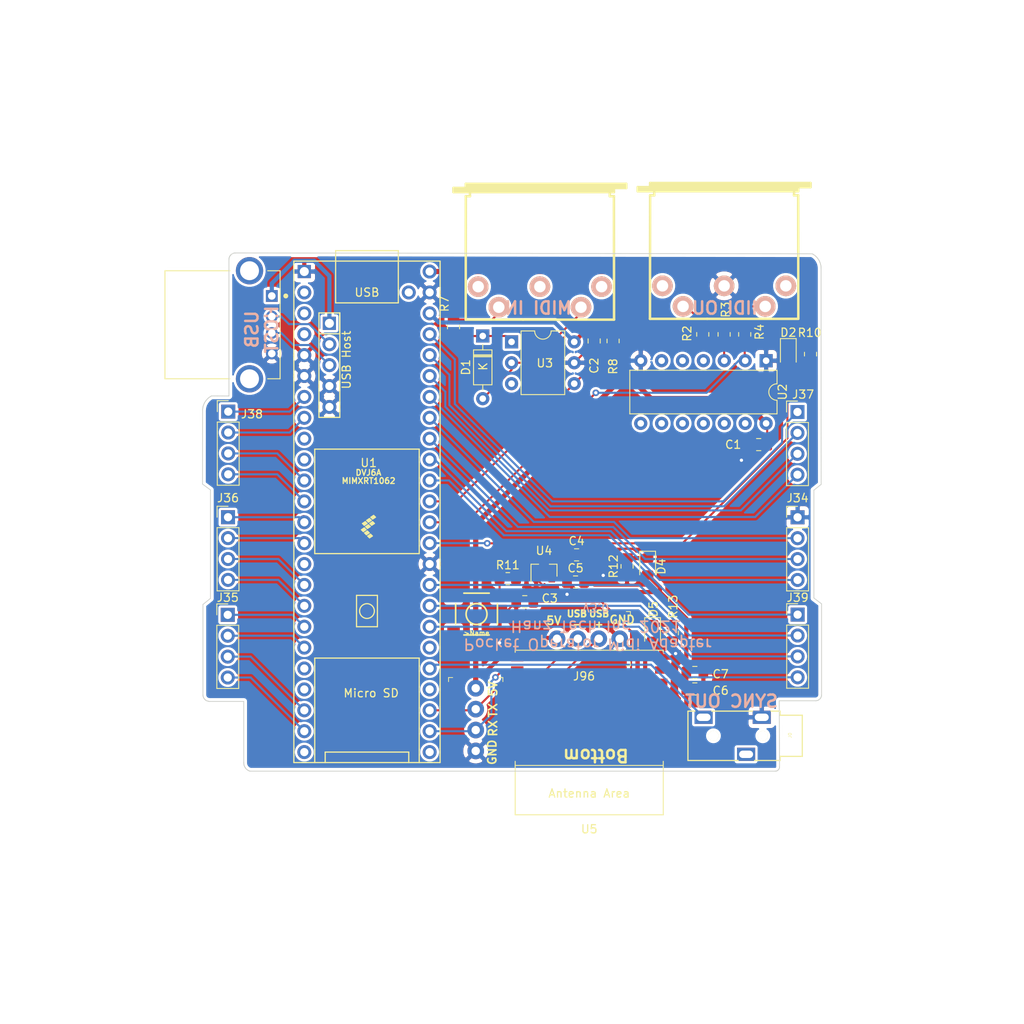
<source format=kicad_pcb>
(kicad_pcb (version 20171130) (host pcbnew 5.1.12-84ad8e8a86~92~ubuntu20.04.1)
  (layers (0 F.Cu signal) (31 B.Cu signal) (34 B.Paste user) (35 F.Paste user) (36 B.SilkS user) (37 F.SilkS user) (38 B.Mask user hide) (39 F.Mask user hide) (44 Edge.Cuts user))
  (net 0 "")
  (net 1 Board_0-/bottom/3.3V)
  (net 2 Board_0-/bottom/3.3V_ESP32)
  (net 3 Board_0-/bottom/5V)
  (net 4 Board_0-/bottom/GIPO_PATTERN)
  (net 5 Board_0-/bottom/GND)
  (net 6 Board_0-/bottom/GPIO_1)
  (net 7 Board_0-/bottom/GPIO_10)
  (net 8 Board_0-/bottom/GPIO_11)
  (net 9 Board_0-/bottom/GPIO_12)
  (net 10 Board_0-/bottom/GPIO_13)
  (net 11 Board_0-/bottom/GPIO_14)
  (net 12 Board_0-/bottom/GPIO_15)
  (net 13 Board_0-/bottom/GPIO_16)
  (net 14 Board_0-/bottom/GPIO_2)
  (net 15 Board_0-/bottom/GPIO_3)
  (net 16 Board_0-/bottom/GPIO_4)
  (net 17 Board_0-/bottom/GPIO_5)
  (net 18 Board_0-/bottom/GPIO_6)
  (net 19 Board_0-/bottom/GPIO_7)
  (net 20 Board_0-/bottom/GPIO_8)
  (net 21 Board_0-/bottom/GPIO_9)
  (net 22 Board_0-/bottom/GPIO_BPM)
  (net 23 Board_0-/bottom/GPIO_FX)
  (net 24 Board_0-/bottom/GPIO_PLAY)
  (net 25 Board_0-/bottom/GPIO_SOUND)
  (net 26 Board_0-/bottom/GPIO_SPECIAL)
  (net 27 Board_0-/bottom/GPIO_WRITE)
  (net 28 Board_0-/bottom/H_USB_5V)
  (net 29 Board_0-/bottom/H_USB_D+)
  (net 30 Board_0-/bottom/H_USB_D-)
  (net 31 Board_0-/bottom/MIDI_1_BUF_OUT)
  (net 32 Board_0-/bottom/MIDI_1_IN)
  (net 33 Board_0-/bottom/MIDI_1_OUT)
  (net 34 Board_0-/bottom/MIDI_IN_EXT)
  (net 35 Board_0-/bottom/MIDI_OUT_EXT)
  (net 36 Board_0-/bottom/SYNC_OUT)
  (net 37 "Board_0-Net-(C3-Pad2)")
  (net 38 "Board_0-Net-(D1-Pad1)")
  (net 39 "Board_0-Net-(D1-Pad2)")
  (net 40 "Board_0-Net-(D2-Pad1)")
  (net 41 "Board_0-Net-(D2-Pad2)")
  (net 42 "Board_0-Net-(D4-Pad1)")
  (net 43 "Board_0-Net-(D5-Pad1)")
  (net 44 "Board_0-Net-(D5-Pad2)")
  (net 45 "Board_0-Net-(J40-Pad4)")
  (net 46 "Board_0-Net-(J90-Pad4)")
  (net 47 "Board_0-Net-(J90-Pad5)")
  (net 48 "Board_0-Net-(J96-Pad2)")
  (net 49 "Board_0-Net-(J96-Pad3)")
  (module Resistor_SMD:R_0805_2012Metric_Pad1.20x1.40mm_HandSolder (layer F.Cu) (at 169.9524 118.18 270)
    (fp_text reference R13 (at -3.2 -0.1 90 unlocked) (layer F.SilkS))
    (fp_text value 50)
    (pad 2 smd roundrect (at 1 0 270) (size 1.2 1.4) (layers F.Cu F.Paste F.Mask) (roundrect_rratio 0.208333) (net 5 Board_0-/bottom/GND))
    (pad 1 smd roundrect (at -1 0 270) (size 1.2 1.4) (layers F.Cu F.Paste F.Mask) (roundrect_rratio 0.208333) (net 43 "Board_0-Net-(D5-Pad1)"))
  )
  (module LED_SMD:LED_0805_2012Metric_Pad1.15x1.40mm_HandSolder (layer F.Cu) (at 167.5524 118.18 270)
    (fp_text reference D5 (at -2.9 -0.1 90 unlocked) (layer F.SilkS))
    (fp_text value LED)
    (pad 2 smd roundrect (at 1.025 0 270) (size 1.15 1.4) (layers F.Cu F.Paste F.Mask) (roundrect_rratio 0.217391) (net 44 "Board_0-Net-(D5-Pad2)"))
    (pad 1 smd roundrect (at -1.025 0 270) (size 1.15 1.4) (layers F.Cu F.Paste F.Mask) (roundrect_rratio 0.217391) (net 43 "Board_0-Net-(D5-Pad1)"))
  )
  (module Resistor_SMD:R_0805_2012Metric_Pad1.20x1.40mm_HandSolder (layer F.Cu) (at 164.4524 110.08 90)
    (fp_text reference R12 (at 0 -1.65 90 unlocked) (layer F.SilkS))
    (fp_text value 50)
    (pad 2 smd roundrect (at 1 0 90) (size 1.2 1.4) (layers F.Cu F.Paste F.Mask) (roundrect_rratio 0.208333) (net 42 "Board_0-Net-(D4-Pad1)"))
    (pad 1 smd roundrect (at -1 0 90) (size 1.2 1.4) (layers F.Cu F.Paste F.Mask) (roundrect_rratio 0.208333) (net 5 Board_0-/bottom/GND))
  )
  (module LED_SMD:LED_0805_2012Metric_Pad1.15x1.40mm_HandSolder (layer F.Cu) (at 166.9524 110.105 270)
    (fp_text reference D4 (at 0 -1.65 90 unlocked) (layer F.SilkS))
    (fp_text value LED)
    (pad 2 smd roundrect (at 1.025 0 270) (size 1.15 1.4) (layers F.Cu F.Paste F.Mask) (roundrect_rratio 0.217391) (net 2 Board_0-/bottom/3.3V_ESP32))
    (pad 1 smd roundrect (at -1.025 0 270) (size 1.15 1.4) (layers F.Cu F.Paste F.Mask) (roundrect_rratio 0.217391) (net 42 "Board_0-Net-(D4-Pad1)"))
  )
  (module digikey-footprints:PinHeader_1x4_P2.54mm_Drill1.02mm (layer F.Cu) (at 163.5524 118.88 180)
    (fp_text reference J96 (at 4.33 -4.56 unlocked) (layer F.SilkS))
    (fp_text value 0022232041)
    (pad 4 thru_hole circle (at 7.62 0 180) (size 2.02 2.02) (drill 1.02) (layers *.Cu *.Mask) (net 3 Board_0-/bottom/5V))
    (pad 3 thru_hole circle (at 5.08 0 180) (size 2.02 2.02) (drill 1.02) (layers *.Cu *.Mask) (net 49 "Board_0-Net-(J96-Pad3)"))
    (pad 2 thru_hole circle (at 2.54 0 180) (size 2.02 2.02) (drill 1.02) (layers *.Cu *.Mask) (net 48 "Board_0-Net-(J96-Pad2)"))
    (pad 1 thru_hole circle (at 0 0 180) (size 2.02 2.02) (drill 1.02) (layers *.Cu *.Mask) (net 5 Board_0-/bottom/GND))
  )
  (module Espressif:ESP32-C3-WROOM-02 (layer F.Cu) (at 159.8524 129.03 180)
    (fp_text reference U5 (at 0 -13 unlocked) (layer F.SilkS))
    (fp_text value ESP32-C3-WROOM-02)
    (fp_text user "Antenna Area" (at 0 -8.65 unlocked) (layer F.SilkS))
    (pad 19 smd rect (at -0.14 0.95) (size 0.7 0.7) (layers F.Cu F.Paste F.Mask) (net 5 Board_0-/bottom/GND))
    (pad 19 smd rect (at -0.14 2.05) (size 0.7 0.7) (layers F.Cu F.Paste F.Mask) (net 5 Board_0-/bottom/GND))
    (pad 19 smd rect (at -0.14 3.15) (size 0.7 0.7) (layers F.Cu F.Paste F.Mask) (net 5 Board_0-/bottom/GND))
    (pad 19 smd rect (at 0.91 3.15) (size 0.7 0.7) (layers F.Cu F.Paste F.Mask) (net 5 Board_0-/bottom/GND))
    (pad 19 smd rect (at 2.06 3.15) (size 0.7 0.7) (layers F.Cu F.Paste F.Mask) (net 5 Board_0-/bottom/GND))
    (pad 19 smd rect (at 2.06 2.05) (size 0.7 0.7) (layers F.Cu F.Paste F.Mask) (net 5 Board_0-/bottom/GND))
    (pad 19 smd rect (at 2.06 0.95) (size 0.7 0.7) (layers F.Cu F.Paste F.Mask) (net 5 Board_0-/bottom/GND))
    (pad 19 smd rect (at 0.91 0.95) (size 0.7 0.7) (layers F.Cu F.Paste F.Mask) (net 5 Board_0-/bottom/GND))
    (pad 19 smd rect (at 0.91 2.05) (size 0.7 0.7) (layers F.Cu F.Paste F.Mask) (net 5 Board_0-/bottom/GND))
    (pad 18 smd rect (at 8.75 -4.15) (size 1.5 0.9) (layers F.Cu F.Paste F.Mask) (net 37 "Board_0-Net-(C3-Pad2)"))
    (pad 17 smd rect (at 8.75 -2.65) (size 1.5 0.9) (layers F.Cu F.Paste F.Mask))
    (pad 16 smd rect (at 8.75 -1.15) (size 1.5 0.9) (layers F.Cu F.Paste F.Mask))
    (pad 15 smd rect (at 8.75 0.35) (size 1.5 0.9) (layers F.Cu F.Paste F.Mask))
    (pad 14 smd rect (at 8.75 1.85) (size 1.5 0.9) (layers F.Cu F.Paste F.Mask) (net 48 "Board_0-Net-(J96-Pad2)"))
    (pad 13 smd rect (at 8.75 3.35) (size 1.5 0.9) (layers F.Cu F.Paste F.Mask) (net 49 "Board_0-Net-(J96-Pad3)"))
    (pad 12 smd rect (at 8.75 4.85) (size 1.5 0.9) (layers F.Cu F.Paste F.Mask) (net 34 Board_0-/bottom/MIDI_IN_EXT))
    (pad 11 smd rect (at 8.75 6.35) (size 1.5 0.9) (layers F.Cu F.Paste F.Mask) (net 35 Board_0-/bottom/MIDI_OUT_EXT))
    (pad 10 smd rect (at 8.75 7.85) (size 1.5 0.9) (layers F.Cu F.Paste F.Mask))
    (pad 1 smd rect (at -8.75 -4.15 180) (size 1.5 0.9) (layers F.Cu F.Paste F.Mask) (net 2 Board_0-/bottom/3.3V_ESP32))
    (pad 2 smd rect (at -8.75 -2.65 180) (size 1.5 0.9) (layers F.Cu F.Paste F.Mask) (net 2 Board_0-/bottom/3.3V_ESP32))
    (pad 3 smd rect (at -8.75 -1.15 180) (size 1.5 0.9) (layers F.Cu F.Paste F.Mask))
    (pad 4 smd rect (at -8.75 0.35 180) (size 1.5 0.9) (layers F.Cu F.Paste F.Mask))
    (pad 5 smd rect (at -8.75 1.85 180) (size 1.5 0.9) (layers F.Cu F.Paste F.Mask))
    (pad 6 smd rect (at -8.75 3.35 180) (size 1.5 0.9) (layers F.Cu F.Paste F.Mask))
    (pad 7 smd rect (at -8.75 4.85 180) (size 1.5 0.9) (layers F.Cu F.Paste F.Mask) (net 44 "Board_0-Net-(D5-Pad2)"))
    (pad 8 smd rect (at -8.75 6.35 180) (size 1.5 0.9) (layers F.Cu F.Paste F.Mask))
    (pad 9 smd rect (at -8.75 7.85 180) (size 1.5 0.9) (layers F.Cu F.Paste F.Mask) (net 5 Board_0-/bottom/GND))
  )
  (module Package_TO_SOT_SMD:SOT-23 (layer F.Cu) (at 154.3524 110.58 90)
    (fp_text reference U4 (at 2.4 0 unlocked) (layer F.SilkS))
    (fp_text value LM1117-3.3)
    (pad 3 smd rect (at 1 0 90) (size 0.9 0.8) (layers F.Cu F.Paste F.Mask) (net 3 Board_0-/bottom/5V))
    (pad 2 smd rect (at -1 0.95 90) (size 0.9 0.8) (layers F.Cu F.Paste F.Mask) (net 2 Board_0-/bottom/3.3V_ESP32))
    (pad 1 smd rect (at -1 -0.95 90) (size 0.9 0.8) (layers F.Cu F.Paste F.Mask) (net 5 Board_0-/bottom/GND))
  )
  (module poma:TACTILE_SWITCH_SMD_5.2MM (layer F.Cu) (at 146.1524 115.88 180)
    (fp_text reference S1 hide)
    (fp_text value MOMENTARY-SWITCH-SPST-SMD-5.2MM hide)
    (fp_text user >Name (at 0 -2.667 unlocked) (layer F.SilkS) (effects (font (size 0.57912 0.57912) (thickness 0.12192)) (justify bottom)))
    (pad 1 smd rect (at -2.794 -1.905 270) (size 0.762 1.524) (layers F.Cu F.Paste F.Mask) (net 5 Board_0-/bottom/GND))
    (pad 2 smd rect (at 2.794 -1.905 270) (size 0.762 1.524) (layers F.Cu F.Paste F.Mask))
    (pad 3 smd rect (at -2.794 1.905 270) (size 0.762 1.524) (layers F.Cu F.Paste F.Mask) (net 37 "Board_0-Net-(C3-Pad2)"))
    (pad 4 smd rect (at 2.794 1.905 270) (size 0.762 1.524) (layers F.Cu F.Paste F.Mask))
  )
  (module Resistor_SMD:R_0805_2012Metric_Pad1.20x1.40mm_HandSolder (layer F.Cu) (at 149.9524 111.58)
    (fp_text reference R11 (at 0 -1.65 unlocked) (layer F.SilkS))
    (fp_text value 10K)
    (pad 2 smd roundrect (at 1 0) (size 1.2 1.4) (layers F.Cu F.Paste F.Mask) (roundrect_rratio 0.208333) (net 2 Board_0-/bottom/3.3V_ESP32))
    (pad 1 smd roundrect (at -1 0) (size 1.2 1.4) (layers F.Cu F.Paste F.Mask) (roundrect_rratio 0.208333) (net 37 "Board_0-Net-(C3-Pad2)"))
  )
  (module Capacitor_SMD:C_0805_2012Metric_Pad1.18x1.45mm_HandSolder (layer F.Cu) (at 172.6899 122.98)
    (fp_text reference C7 (at 3.1375 0.2 unlocked) (layer F.SilkS))
    (fp_text value 10uF)
    (pad 2 smd roundrect (at 1.0375 0) (size 1.175 1.45) (layers F.Cu F.Paste F.Mask) (roundrect_rratio 0.212766) (net 5 Board_0-/bottom/GND))
    (pad 1 smd roundrect (at -1.0375 0) (size 1.175 1.45) (layers F.Cu F.Paste F.Mask) (roundrect_rratio 0.212766) (net 2 Board_0-/bottom/3.3V_ESP32))
  )
  (module Capacitor_SMD:C_0805_2012Metric_Pad1.18x1.45mm_HandSolder (layer F.Cu) (at 172.6899 124.98)
    (fp_text reference C6 (at 3.1375 0.2 unlocked) (layer F.SilkS))
    (fp_text value 100nF)
    (pad 1 smd roundrect (at -1.0375 0) (size 1.175 1.45) (layers F.Cu F.Paste F.Mask) (roundrect_rratio 0.212766) (net 2 Board_0-/bottom/3.3V_ESP32))
    (pad 2 smd roundrect (at 1.0375 0) (size 1.175 1.45) (layers F.Cu F.Paste F.Mask) (roundrect_rratio 0.212766) (net 5 Board_0-/bottom/GND))
  )
  (module Capacitor_SMD:C_0805_2012Metric_Pad1.18x1.45mm_HandSolder (layer F.Cu) (at 158.3149 108.68)
    (fp_text reference C4 (at 0 -1.68 unlocked) (layer F.SilkS))
    (fp_text value 1uF)
    (pad 1 smd roundrect (at -1.0375 0) (size 1.175 1.45) (layers F.Cu F.Paste F.Mask) (roundrect_rratio 0.212766) (net 3 Board_0-/bottom/5V))
    (pad 2 smd roundrect (at 1.0375 0) (size 1.175 1.45) (layers F.Cu F.Paste F.Mask) (roundrect_rratio 0.212766) (net 5 Board_0-/bottom/GND))
  )
  (module Resistor_SMD:R_0805_2012Metric_Pad1.20x1.40mm_HandSolder (layer F.Cu) (at 186.7524 84.28 270)
    (fp_text reference R10 (at -2.6 0.1 unlocked) (layer F.SilkS))
    (fp_text value 50)
    (pad 2 smd roundrect (at 1 0 270) (size 1.2 1.4) (layers F.Cu F.Paste F.Mask) (roundrect_rratio 0.208333) (net 5 Board_0-/bottom/GND))
    (pad 1 smd roundrect (at -1 0 270) (size 1.2 1.4) (layers F.Cu F.Paste F.Mask) (roundrect_rratio 0.208333) (net 40 "Board_0-Net-(D2-Pad1)"))
  )
  (module LED_SMD:LED_0805_2012Metric_Pad1.15x1.40mm_HandSolder (layer F.Cu) (at 184.0524 84.255 270)
    (fp_text reference D2 (at -2.6 0 unlocked) (layer F.SilkS))
    (fp_text value LED)
    (pad 2 smd roundrect (at 1.025 0 270) (size 1.15 1.4) (layers F.Cu F.Paste F.Mask) (roundrect_rratio 0.217391) (net 41 "Board_0-Net-(D2-Pad2)"))
    (pad 1 smd roundrect (at -1.025 0 270) (size 1.15 1.4) (layers F.Cu F.Paste F.Mask) (roundrect_rratio 0.217391) (net 40 "Board_0-Net-(D2-Pad1)"))
  )
  (module poma:MIDI_DIN5_NO_ATTACHEMENT (layer F.Cu) (at 176.2524 72.98 180)
    (fp_text reference J90 hide)
    (fp_text value MIDI_1_OUT hide)
    (pad 5 thru_hole circle (at -4.99618 -5.4991 180) (size 2.49936 2.49936) (drill 1.397) (layers *.Cu *.SilkS *.Mask) (net 47 "Board_0-Net-(J90-Pad5)"))
    (pad 1 thru_hole circle (at 7.49808 -2.9972 180) (size 2.49936 2.49936) (drill 1.397) (layers *.Cu *.SilkS *.Mask))
    (pad 2 thru_hole circle (at 0 -2.99974 180) (size 2.49936 2.49936) (drill 1.397) (layers *.Cu *.SilkS *.Mask) (net 5 Board_0-/bottom/GND))
    (pad 4 thru_hole circle (at 4.99618 -5.4991 180) (size 2.49936 2.49936) (drill 1.397) (layers *.Cu *.SilkS *.Mask) (net 46 "Board_0-Net-(J90-Pad4)"))
    (pad 3 thru_hole circle (at -7.49808 -2.9972 180) (size 2.49936 2.49936) (drill 1.397) (layers *.Cu *.SilkS *.Mask))
  )
  (module poma:TE_292303-1 (layer F.Cu) (at 121.2624 77.21 270)
    (fp_text reference J70 hide)
    (fp_text value USB_A)
    (pad SH2 thru_hole circle (at 10.07 2.71 270) (size 3.316 3.316) (drill 2.3) (layers *.Cu *.Mask))
    (pad SH1 thru_hole circle (at -3.07 2.71 270) (size 3.316 3.316) (drill 2.3) (layers *.Cu *.Mask))
    (pad 4 thru_hole circle (at 7 0 270) (size 1.428 1.428) (drill 0.92) (layers *.Cu *.Mask) (net 5 Board_0-/bottom/GND))
    (pad 3 thru_hole circle (at 4.5 0 270) (size 1.428 1.428) (drill 0.92) (layers *.Cu *.Mask) (net 29 Board_0-/bottom/H_USB_D+))
    (pad 2 thru_hole circle (at 2.5 0 270) (size 1.428 1.428) (drill 0.92) (layers *.Cu *.Mask) (net 30 Board_0-/bottom/H_USB_D-))
    (pad 1 thru_hole rect (at 0 0 270) (size 1.428 1.428) (drill 0.92) (layers *.Cu *.Mask) (net 28 Board_0-/bottom/H_USB_5V))
  )
  (module poma:MIDI_DIN5_NO_ATTACHEMENT (layer F.Cu) (at 153.8524 73.08 180)
    (fp_text reference J40 hide)
    (fp_text value MIDI_1_IN hide)
    (pad 3 thru_hole circle (at -7.49808 -2.9972 180) (size 2.49936 2.49936) (drill 1.397) (layers *.Cu *.SilkS *.Mask))
    (pad 4 thru_hole circle (at 4.99618 -5.4991 180) (size 2.49936 2.49936) (drill 1.397) (layers *.Cu *.SilkS *.Mask) (net 45 "Board_0-Net-(J40-Pad4)"))
    (pad 2 thru_hole circle (at 0 -2.99974 180) (size 2.49936 2.49936) (drill 1.397) (layers *.Cu *.SilkS *.Mask))
    (pad 1 thru_hole circle (at 7.49808 -2.9972 180) (size 2.49936 2.49936) (drill 1.397) (layers *.Cu *.SilkS *.Mask))
    (pad 5 thru_hole circle (at -4.99618 -5.4991 180) (size 2.49936 2.49936) (drill 1.397) (layers *.Cu *.SilkS *.Mask) (net 39 "Board_0-Net-(D1-Pad2)"))
  )
  (module poma:3.5mm_stereo_jack_PJ320B_THRU (layer F.Cu) (at 180.9524 130.68 270)
    (fp_text reference J0 (at -0.05 -3.3 90 unlocked) (layer F.SilkS) (effects (font (size 0.39878 0.39878) (thickness 0.0508))))
    (fp_text value PJ-320B hide)
    (pad 2 thru_hole rect (at -2.25 7.2 270) (size 1.6 2.2) (drill oval 0.9 1.7) (layers *.Cu *.Mask) (net 36 Board_0-/bottom/SYNC_OUT))
    (pad 3 thru_hole rect (at 2.25 2.032 270) (size 1.6 2.2) (drill oval 0.9 1.7) (layers *.Cu *.Mask))
    (pad 1 thru_hole rect (at -2.25 0.127 270) (size 1.6 2.2) (drill oval 0.9 1.7) (layers *.Cu *.Mask) (net 5 Board_0-/bottom/GND))
    (pad "" np_thru_hole circle (at 0 6 270) (size 1.2 1.2) (drill 1.2) (layers *.Cu *.Mask F.SilkS))
    (pad "" np_thru_hole circle (at 0 0 270) (size 1.2 1.2) (drill 1.2) (layers *.Cu *.Mask F.SilkS))
  )
  (module digikey-footprints:PinHeader_1x4_P2.54mm_Drill1.02mm (layer F.Cu) (at 146.0524 124.9 270)
    (fp_text reference J99 hide)
    (fp_text value 0022232041)
    (pad 4 thru_hole circle (at 7.62 0 270) (size 2.02 2.02) (drill 1.02) (layers *.Cu *.Mask) (net 5 Board_0-/bottom/GND))
    (pad 3 thru_hole circle (at 5.08 0 270) (size 2.02 2.02) (drill 1.02) (layers *.Cu *.Mask) (net 35 Board_0-/bottom/MIDI_OUT_EXT))
    (pad 2 thru_hole circle (at 2.54 0 270) (size 2.02 2.02) (drill 1.02) (layers *.Cu *.Mask) (net 34 Board_0-/bottom/MIDI_IN_EXT))
    (pad 1 thru_hole circle (at 0 0 270) (size 2.02 2.02) (drill 1.02) (layers *.Cu *.Mask) (net 3 Board_0-/bottom/5V))
  )
  (module Resistor_SMD:R_0805_2012Metric_Pad1.20x1.40mm_HandSolder (layer F.Cu) (at 162.7524 82.68 270)
    (fp_text reference R8 (at 3.1 0 90 unlocked) (layer F.SilkS))
    (fp_text value 470)
    (pad 1 smd roundrect (at -1 0 270) (size 1.2 1.4) (layers F.Cu F.Paste F.Mask) (roundrect_rratio 0.208333) (net 1 Board_0-/bottom/3.3V))
    (pad 2 smd roundrect (at 1 0 270) (size 1.2 1.4) (layers F.Cu F.Paste F.Mask) (roundrect_rratio 0.208333) (net 32 Board_0-/bottom/MIDI_1_IN))
  )
  (module Resistor_SMD:R_0805_2012Metric_Pad1.20x1.40mm_HandSolder (layer F.Cu) (at 143.3524 80.98 270)
    (fp_text reference R7 (at -2.8 1.1 90 unlocked) (layer F.SilkS))
    (fp_text value 220)
    (pad 2 smd roundrect (at 1 0 270) (size 1.2 1.4) (layers F.Cu F.Paste F.Mask) (roundrect_rratio 0.208333) (net 38 "Board_0-Net-(D1-Pad1)"))
    (pad 1 smd roundrect (at -1 0 270) (size 1.2 1.4) (layers F.Cu F.Paste F.Mask) (roundrect_rratio 0.208333) (net 45 "Board_0-Net-(J40-Pad4)"))
  )
  (module Resistor_SMD:R_0805_2012Metric_Pad1.20x1.40mm_HandSolder (layer F.Cu) (at 178.7524 81.88 270)
    (fp_text reference R4 (at -0.3 -1.8 90 unlocked) (layer F.SilkS))
    (fp_text value 10k)
    (pad 2 smd roundrect (at 1 0 270) (size 1.2 1.4) (layers F.Cu F.Paste F.Mask) (roundrect_rratio 0.208333) (net 33 Board_0-/bottom/MIDI_1_OUT))
    (pad 1 smd roundrect (at -1 0 270) (size 1.2 1.4) (layers F.Cu F.Paste F.Mask) (roundrect_rratio 0.208333) (net 5 Board_0-/bottom/GND))
  )
  (module Resistor_SMD:R_0805_2012Metric_Pad1.20x1.40mm_HandSolder (layer F.Cu) (at 176.2524 81.88 270)
    (fp_text reference R3 (at -3 -0.2 90 unlocked) (layer F.SilkS))
    (fp_text value 220)
    (pad 2 smd roundrect (at 1 0 270) (size 1.2 1.4) (layers F.Cu F.Paste F.Mask) (roundrect_rratio 0.208333) (net 31 Board_0-/bottom/MIDI_1_BUF_OUT))
    (pad 1 smd roundrect (at -1 0 270) (size 1.2 1.4) (layers F.Cu F.Paste F.Mask) (roundrect_rratio 0.208333) (net 47 "Board_0-Net-(J90-Pad5)"))
  )
  (module Resistor_SMD:R_0805_2012Metric_Pad1.20x1.40mm_HandSolder (layer F.Cu) (at 173.6524 81.88 270)
    (fp_text reference R2 (at -0.1 1.9 90 unlocked) (layer F.SilkS))
    (fp_text value 220)
    (pad 1 smd roundrect (at -1 0 270) (size 1.2 1.4) (layers F.Cu F.Paste F.Mask) (roundrect_rratio 0.208333) (net 46 "Board_0-Net-(J90-Pad4)"))
    (pad 2 smd roundrect (at 1 0 270) (size 1.2 1.4) (layers F.Cu F.Paste F.Mask) (roundrect_rratio 0.208333) (net 3 Board_0-/bottom/5V))
  )
  (module Capacitor_SMD:C_0805_2012Metric_Pad1.18x1.45mm_HandSolder (layer F.Cu) (at 160.4524 82.68 90)
    (fp_text reference C2 (at -3 0 90 unlocked) (layer F.SilkS))
    (fp_text value 0.1uF)
    (pad 1 smd roundrect (at -1.0375 0 90) (size 1.175 1.45) (layers F.Cu F.Paste F.Mask) (roundrect_rratio 0.212766) (net 5 Board_0-/bottom/GND))
    (pad 2 smd roundrect (at 1.0375 0 90) (size 1.175 1.45) (layers F.Cu F.Paste F.Mask) (roundrect_rratio 0.212766) (net 1 Board_0-/bottom/3.3V))
  )
  (module Capacitor_SMD:C_0805_2012Metric_Pad1.18x1.45mm_HandSolder (layer F.Cu) (at 180.4524 95.28)
    (fp_text reference C1 (at -3.1 0 unlocked) (layer F.SilkS))
    (fp_text value 0.1uF)
    (pad 2 smd roundrect (at 1.0375 0) (size 1.175 1.45) (layers F.Cu F.Paste F.Mask) (roundrect_rratio 0.212766) (net 3 Board_0-/bottom/5V))
    (pad 1 smd roundrect (at -1.0375 0) (size 1.175 1.45) (layers F.Cu F.Paste F.Mask) (roundrect_rratio 0.212766) (net 5 Board_0-/bottom/GND))
  )
  (module Connector_PinHeader_2.54mm:PinHeader_1x04_P2.54mm_Vertical (layer F.Cu) (at 185.18622 115.94954)
    (fp_text reference J39 (at 0 -2.06954 unlocked) (layer F.SilkS))
    (fp_text value Conn_01x04_Female)
    (pad 1 thru_hole rect (at 0 0) (size 1.7 1.7) (drill 1) (layers *.Cu *.Mask) (net 6 Board_0-/bottom/GPIO_1))
    (pad 2 thru_hole oval (at 0 2.54) (size 1.7 1.7) (drill 1) (layers *.Cu *.Mask) (net 22 Board_0-/bottom/GPIO_BPM))
    (pad 3 thru_hole oval (at 0 5.08) (size 1.7 1.7) (drill 1) (layers *.Cu *.Mask) (net 4 Board_0-/bottom/GIPO_PATTERN))
    (pad 4 thru_hole oval (at 0 7.62) (size 1.7 1.7) (drill 1) (layers *.Cu *.Mask) (net 25 Board_0-/bottom/GPIO_SOUND))
  )
  (module Connector_PinHeader_2.54mm:PinHeader_1x04_P2.54mm_Vertical (layer F.Cu) (at 115.96614 91.2709)
    (fp_text reference J38 (at 2.88626 0.3091 unlocked) (layer F.SilkS))
    (fp_text value Conn_01x04_Female)
    (pad 1 thru_hole rect (at 0 0) (size 1.7 1.7) (drill 1) (layers *.Cu *.Mask) (net 11 Board_0-/bottom/GPIO_14))
    (pad 2 thru_hole oval (at 0 2.54) (size 1.7 1.7) (drill 1) (layers *.Cu *.Mask) (net 12 Board_0-/bottom/GPIO_15))
    (pad 3 thru_hole oval (at 0 5.08) (size 1.7 1.7) (drill 1) (layers *.Cu *.Mask) (net 27 Board_0-/bottom/GPIO_WRITE))
    (pad 4 thru_hole oval (at 0 7.62) (size 1.7 1.7) (drill 1) (layers *.Cu *.Mask) (net 13 Board_0-/bottom/GPIO_16))
  )
  (module Connector_PinHeader_2.54mm:PinHeader_1x04_P2.54mm_Vertical (layer F.Cu) (at 185.16844 91.31662)
    (fp_text reference J37 (at 0.68396 -2.13662 unlocked) (layer F.SilkS))
    (fp_text value Conn_01x04_Female)
    (pad 4 thru_hole oval (at 0 7.62) (size 1.7 1.7) (drill 1) (layers *.Cu *.Mask) (net 8 Board_0-/bottom/GPIO_11))
    (pad 3 thru_hole oval (at 0 5.08) (size 1.7 1.7) (drill 1) (layers *.Cu *.Mask) (net 7 Board_0-/bottom/GPIO_10))
    (pad 2 thru_hole oval (at 0 2.54) (size 1.7 1.7) (drill 1) (layers *.Cu *.Mask) (net 21 Board_0-/bottom/GPIO_9))
    (pad 1 thru_hole rect (at 0 0) (size 1.7 1.7) (drill 1) (layers *.Cu *.Mask) (net 10 Board_0-/bottom/GPIO_13))
  )
  (module Connector_PinHeader_2.54mm:PinHeader_1x04_P2.54mm_Vertical (layer F.Cu) (at 115.94074 104.10552)
    (fp_text reference J36 (at 0 -2.33 unlocked) (layer F.SilkS))
    (fp_text value Conn_01x04_Female)
    (pad 4 thru_hole oval (at 0 7.62) (size 1.7 1.7) (drill 1) (layers *.Cu *.Mask) (net 20 Board_0-/bottom/GPIO_8))
    (pad 3 thru_hole oval (at 0 5.08) (size 1.7 1.7) (drill 1) (layers *.Cu *.Mask) (net 19 Board_0-/bottom/GPIO_7))
    (pad 2 thru_hole oval (at 0 2.54) (size 1.7 1.7) (drill 1) (layers *.Cu *.Mask) (net 24 Board_0-/bottom/GPIO_PLAY))
    (pad 1 thru_hole rect (at 0 0) (size 1.7 1.7) (drill 1) (layers *.Cu *.Mask) (net 9 Board_0-/bottom/GPIO_12))
  )
  (module Connector_PinHeader_2.54mm:PinHeader_1x04_P2.54mm_Vertical (layer F.Cu) (at 115.90772 115.97494)
    (fp_text reference J35 (at 0 -2.09494 unlocked) (layer F.SilkS))
    (fp_text value Conn_01x04_Female)
    (pad 1 thru_hole rect (at 0 0) (size 1.7 1.7) (drill 1) (layers *.Cu *.Mask) (net 23 Board_0-/bottom/GPIO_FX))
    (pad 2 thru_hole oval (at 0 2.54) (size 1.7 1.7) (drill 1) (layers *.Cu *.Mask) (net 15 Board_0-/bottom/GPIO_3))
    (pad 3 thru_hole oval (at 0 5.08) (size 1.7 1.7) (drill 1) (layers *.Cu *.Mask) (net 16 Board_0-/bottom/GPIO_4))
    (pad 4 thru_hole oval (at 0 7.62) (size 1.7 1.7) (drill 1) (layers *.Cu *.Mask) (net 26 Board_0-/bottom/GPIO_SPECIAL))
  )
  (module Connector_PinHeader_2.54mm:PinHeader_1x04_P2.54mm_Vertical (layer F.Cu) (at 185.18114 104.11568)
    (fp_text reference J34 (at 0 -2.33 unlocked) (layer F.SilkS))
    (fp_text value Conn_01x04_Female)
    (pad 4 thru_hole oval (at 0 7.62) (size 1.7 1.7) (drill 1) (layers *.Cu *.Mask) (net 14 Board_0-/bottom/GPIO_2))
    (pad 3 thru_hole oval (at 0 5.08) (size 1.7 1.7) (drill 1) (layers *.Cu *.Mask) (net 17 Board_0-/bottom/GPIO_5))
    (pad 2 thru_hole oval (at 0 2.54) (size 1.7 1.7) (drill 1) (layers *.Cu *.Mask) (net 18 Board_0-/bottom/GPIO_6))
    (pad 1 thru_hole rect (at 0 0) (size 1.7 1.7) (drill 1) (layers *.Cu *.Mask) (net 5 Board_0-/bottom/GND))
  )
  (module Package_DIP:DIP-6_W7.62mm (layer F.Cu) (at 150.40842 82.7912)
    (fp_text reference U3 (at 4.04398 2.5888 unlocked) (layer F.SilkS))
    (fp_text value H11L1M)
    (pad 6 thru_hole oval (at 7.62 0) (size 1.6 1.6) (drill 0.8) (layers *.Cu *.Mask) (net 1 Board_0-/bottom/3.3V))
    (pad 3 thru_hole oval (at 0 5.08) (size 1.6 1.6) (drill 0.8) (layers *.Cu *.Mask))
    (pad 5 thru_hole oval (at 7.62 2.54) (size 1.6 1.6) (drill 0.8) (layers *.Cu *.Mask) (net 5 Board_0-/bottom/GND))
    (pad 2 thru_hole oval (at 0 2.54) (size 1.6 1.6) (drill 0.8) (layers *.Cu *.Mask) (net 39 "Board_0-Net-(D1-Pad2)"))
    (pad 4 thru_hole oval (at 7.62 5.08) (size 1.6 1.6) (drill 0.8) (layers *.Cu *.Mask) (net 32 Board_0-/bottom/MIDI_1_IN))
    (pad 1 thru_hole rect (at 0 0) (size 1.6 1.6) (drill 0.8) (layers *.Cu *.Mask) (net 38 "Board_0-Net-(D1-Pad1)"))
  )
  (module Package_DIP:DIP-14_W7.62mm (layer F.Cu) (at 181.3524 85.08 270)
    (fp_text reference U2 (at 3.8 -2 90 unlocked) (layer F.SilkS))
    (fp_text value SN74HC125N)
    (pad 14 thru_hole oval (at 7.62 0 270) (size 1.6 1.6) (drill 0.8) (layers *.Cu *.Mask) (net 3 Board_0-/bottom/5V))
    (pad 7 thru_hole oval (at 0 15.24 270) (size 1.6 1.6) (drill 0.8) (layers *.Cu *.Mask) (net 5 Board_0-/bottom/GND))
    (pad 13 thru_hole oval (at 7.62 2.54 270) (size 1.6 1.6) (drill 0.8) (layers *.Cu *.Mask))
    (pad 6 thru_hole oval (at 0 12.7 270) (size 1.6 1.6) (drill 0.8) (layers *.Cu *.Mask))
    (pad 12 thru_hole oval (at 7.62 5.08 270) (size 1.6 1.6) (drill 0.8) (layers *.Cu *.Mask))
    (pad 5 thru_hole oval (at 0 10.16 270) (size 1.6 1.6) (drill 0.8) (layers *.Cu *.Mask))
    (pad 11 thru_hole oval (at 7.62 7.62 270) (size 1.6 1.6) (drill 0.8) (layers *.Cu *.Mask))
    (pad 4 thru_hole oval (at 0 7.62 270) (size 1.6 1.6) (drill 0.8) (layers *.Cu *.Mask))
    (pad 10 thru_hole oval (at 7.62 10.16 270) (size 1.6 1.6) (drill 0.8) (layers *.Cu *.Mask))
    (pad 3 thru_hole oval (at 0 5.08 270) (size 1.6 1.6) (drill 0.8) (layers *.Cu *.Mask) (net 31 Board_0-/bottom/MIDI_1_BUF_OUT))
    (pad 9 thru_hole oval (at 7.62 12.7 270) (size 1.6 1.6) (drill 0.8) (layers *.Cu *.Mask))
    (pad 2 thru_hole oval (at 0 2.54 270) (size 1.6 1.6) (drill 0.8) (layers *.Cu *.Mask) (net 33 Board_0-/bottom/MIDI_1_OUT))
    (pad 8 thru_hole oval (at 7.62 15.24 270) (size 1.6 1.6) (drill 0.8) (layers *.Cu *.Mask))
    (pad 1 thru_hole rect (at 0 0 270) (size 1.6 1.6) (drill 0.8) (layers *.Cu *.Mask) (net 5 Board_0-/bottom/GND))
  )
  (module Teensy:Teensy41_poma (layer F.Cu) (at 132.8324 103.45 270)
    (fp_text reference U1 (at -5.94868 -0.21336 unlocked) (layer F.SilkS))
    (fp_text value Teensy4.1)
    (fp_text user "USB Host" (at -18.4658 2.4892 90 unlocked) (layer F.SilkS))
    (fp_text user USB (at -26.67 0 unlocked) (layer F.SilkS))
    (fp_text user "Micro SD" (at 22.04466 -0.51054 unlocked) (layer F.SilkS))
    (fp_text user MIMXRT1062 (at -3.76174 -0.19812 unlocked) (layer F.SilkS) (effects (font (size 0.7 0.7))))
    (fp_text user DVJ6A (at -4.75996 -0.18 unlocked) (layer F.SilkS) (effects (font (size 0.7 0.7))))
    (pad 17 thru_hole circle (at 11.43 7.62 270) (size 1.7 1.7) (drill 1) (layers *.Cu *.Mask) (net 20 Board_0-/bottom/GPIO_8))
    (pad 18 thru_hole circle (at 13.97 7.62 270) (size 1.7 1.7) (drill 1) (layers *.Cu *.Mask) (net 23 Board_0-/bottom/GPIO_FX))
    (pad 19 thru_hole circle (at 16.51 7.62 270) (size 1.7 1.7) (drill 1) (layers *.Cu *.Mask) (net 15 Board_0-/bottom/GPIO_3))
    (pad 20 thru_hole circle (at 19.05 7.62 270) (size 1.7 1.7) (drill 1) (layers *.Cu *.Mask))
    (pad 16 thru_hole circle (at 8.89 7.62 270) (size 1.7 1.7) (drill 1) (layers *.Cu *.Mask) (net 19 Board_0-/bottom/GPIO_7))
    (pad 15 thru_hole circle (at 6.35 7.62 270) (size 1.7 1.7) (drill 1) (layers *.Cu *.Mask))
    (pad 14 thru_hole circle (at 3.81 7.62 270) (size 1.7 1.7) (drill 1) (layers *.Cu *.Mask) (net 24 Board_0-/bottom/GPIO_PLAY))
    (pad 21 thru_hole circle (at 21.59 7.62 270) (size 1.7 1.7) (drill 1) (layers *.Cu *.Mask))
    (pad 22 thru_hole circle (at 24.13 7.62 270) (size 1.7 1.7) (drill 1) (layers *.Cu *.Mask) (net 16 Board_0-/bottom/GPIO_4))
    (pad 23 thru_hole circle (at 26.67 7.62 270) (size 1.7 1.7) (drill 1) (layers *.Cu *.Mask) (net 26 Board_0-/bottom/GPIO_SPECIAL))
    (pad 24 thru_hole circle (at 29.21 7.62 270) (size 1.7 1.7) (drill 1) (layers *.Cu *.Mask))
    (pad 25 thru_hole circle (at 29.21 -7.62 270) (size 1.7 1.7) (drill 1) (layers *.Cu *.Mask))
    (pad 26 thru_hole circle (at 26.67 -7.62 270) (size 1.7 1.7) (drill 1) (layers *.Cu *.Mask) (net 35 Board_0-/bottom/MIDI_OUT_EXT))
    (pad 27 thru_hole circle (at 24.13 -7.62 270) (size 1.7 1.7) (drill 1) (layers *.Cu *.Mask) (net 34 Board_0-/bottom/MIDI_IN_EXT))
    (pad 28 thru_hole circle (at 21.59 -7.62 270) (size 1.7 1.7) (drill 1) (layers *.Cu *.Mask))
    (pad 29 thru_hole circle (at 19.05 -7.62 270) (size 1.7 1.7) (drill 1) (layers *.Cu *.Mask) (net 36 Board_0-/bottom/SYNC_OUT))
    (pad 30 thru_hole circle (at 16.51 -7.62 270) (size 1.7 1.7) (drill 1) (layers *.Cu *.Mask))
    (pad 31 thru_hole circle (at 13.97 -7.62 270) (size 1.7 1.7) (drill 1) (layers *.Cu *.Mask) (net 25 Board_0-/bottom/GPIO_SOUND))
    (pad 32 thru_hole circle (at 11.43 -7.62 270) (size 1.7 1.7) (drill 1) (layers *.Cu *.Mask) (net 4 Board_0-/bottom/GIPO_PATTERN))
    (pad 33 thru_hole circle (at 8.89 -7.62 270) (size 1.7 1.7) (drill 1) (layers *.Cu *.Mask) (net 22 Board_0-/bottom/GPIO_BPM))
    (pad 34 thru_hole circle (at 6.35 -7.62 270) (size 1.7 1.7) (drill 1) (layers *.Cu *.Mask) (net 5 Board_0-/bottom/GND))
    (pad 13 thru_hole circle (at 1.27 7.62 270) (size 1.7 1.7) (drill 1) (layers *.Cu *.Mask) (net 9 Board_0-/bottom/GPIO_12))
    (pad 12 thru_hole circle (at -1.27 7.62 270) (size 1.7 1.7) (drill 1) (layers *.Cu *.Mask) (net 13 Board_0-/bottom/GPIO_16))
    (pad 11 thru_hole circle (at -3.81 7.62 270) (size 1.7 1.7) (drill 1) (layers *.Cu *.Mask) (net 27 Board_0-/bottom/GPIO_WRITE))
    (pad 10 thru_hole circle (at -6.35 7.62 270) (size 1.7 1.7) (drill 1) (layers *.Cu *.Mask))
    (pad 9 thru_hole circle (at -8.89 7.62 270) (size 1.7 1.7) (drill 1) (layers *.Cu *.Mask))
    (pad 8 thru_hole circle (at -11.43 7.62 270) (size 1.7 1.7) (drill 1) (layers *.Cu *.Mask) (net 12 Board_0-/bottom/GPIO_15))
    (pad 7 thru_hole circle (at -13.97 7.62 270) (size 1.7 1.7) (drill 1) (layers *.Cu *.Mask) (net 11 Board_0-/bottom/GPIO_14))
    (pad 6 thru_hole circle (at -16.51 7.62 270) (size 1.7 1.7) (drill 1) (layers *.Cu *.Mask) (net 5 Board_0-/bottom/GND))
    (pad 5 thru_hole circle (at -19.05 7.62 270) (size 1.7 1.7) (drill 1) (layers *.Cu *.Mask) (net 5 Board_0-/bottom/GND))
    (pad 4 thru_hole circle (at -21.59 7.62 270) (size 1.7 1.7) (drill 1) (layers *.Cu *.Mask))
    (pad 3 thru_hole circle (at -24.13 7.62 270) (size 1.7 1.7) (drill 1) (layers *.Cu *.Mask))
    (pad 2 thru_hole circle (at -26.67 7.62 270) (size 1.7 1.7) (drill 1) (layers *.Cu *.Mask))
    (pad 1 thru_hole rect (at -29.21 7.62 270) (size 1.6 1.6) (drill 1.1) (layers *.Cu *.Mask) (net 5 Board_0-/bottom/GND))
    (pad 35 thru_hole circle (at 3.81 -7.62 270) (size 1.7 1.7) (drill 1) (layers *.Cu *.Mask) (net 41 "Board_0-Net-(D2-Pad2)"))
    (pad 36 thru_hole circle (at 1.27 -7.62 270) (size 1.7 1.7) (drill 1) (layers *.Cu *.Mask) (net 33 Board_0-/bottom/MIDI_1_OUT))
    (pad 37 thru_hole circle (at -1.27 -7.62 270) (size 1.7 1.7) (drill 1) (layers *.Cu *.Mask) (net 32 Board_0-/bottom/MIDI_1_IN))
    (pad 38 thru_hole circle (at -3.81 -7.62 270) (size 1.7 1.7) (drill 1) (layers *.Cu *.Mask) (net 6 Board_0-/bottom/GPIO_1))
    (pad 39 thru_hole circle (at -6.35 -7.62 270) (size 1.7 1.7) (drill 1) (layers *.Cu *.Mask) (net 14 Board_0-/bottom/GPIO_2))
    (pad 40 thru_hole circle (at -8.89 -7.62 270) (size 1.7 1.7) (drill 1) (layers *.Cu *.Mask) (net 17 Board_0-/bottom/GPIO_5))
    (pad 41 thru_hole circle (at -11.43 -7.62 270) (size 1.7 1.7) (drill 1) (layers *.Cu *.Mask) (net 18 Board_0-/bottom/GPIO_6))
    (pad 42 thru_hole circle (at -13.97 -7.62 270) (size 1.7 1.7) (drill 1) (layers *.Cu *.Mask) (net 8 Board_0-/bottom/GPIO_11))
    (pad 43 thru_hole circle (at -16.51 -7.62 270) (size 1.7 1.7) (drill 1) (layers *.Cu *.Mask) (net 7 Board_0-/bottom/GPIO_10))
    (pad 44 thru_hole circle (at -19.05 -7.62 270) (size 1.7 1.7) (drill 1) (layers *.Cu *.Mask) (net 21 Board_0-/bottom/GPIO_9))
    (pad 45 thru_hole circle (at -21.59 -7.62 270) (size 1.7 1.7) (drill 1) (layers *.Cu *.Mask) (net 10 Board_0-/bottom/GPIO_13))
    (pad 46 thru_hole circle (at -24.13 -7.62 270) (size 1.7 1.7) (drill 1) (layers *.Cu *.Mask) (net 1 Board_0-/bottom/3.3V))
    (pad 47 thru_hole circle (at -26.67 -7.62 270) (size 1.7 1.7) (drill 1) (layers *.Cu *.Mask) (net 5 Board_0-/bottom/GND))
    (pad 48 thru_hole circle (at -29.21 -7.62 270) (size 1.7 1.7) (drill 1) (layers *.Cu *.Mask) (net 3 Board_0-/bottom/5V))
    (pad 55 thru_hole rect (at -22.9108 4.5692 270) (size 1.6 1.6) (drill 1.1) (layers *.Cu *.Mask) (net 28 Board_0-/bottom/H_USB_5V))
    (pad 56 thru_hole circle (at -20.3708 4.5692 270) (size 1.7 1.7) (drill 1) (layers *.Cu *.Mask) (net 30 Board_0-/bottom/H_USB_D-))
    (pad 57 thru_hole circle (at -17.8308 4.5692 270) (size 1.7 1.7) (drill 1) (layers *.Cu *.Mask) (net 29 Board_0-/bottom/H_USB_D+))
    (pad 58 thru_hole circle (at -15.2908 4.5692 270) (size 1.7 1.7) (drill 1) (layers *.Cu *.Mask) (net 5 Board_0-/bottom/GND))
    (pad 59 thru_hole circle (at -12.7508 4.5692 270) (size 1.7 1.7) (drill 1) (layers *.Cu *.Mask) (net 5 Board_0-/bottom/GND))
    (pad 49 thru_hole circle (at -26.67 -5.08 270) (size 1.7 1.7) (drill 1) (layers *.Cu *.Mask))
  )
  (module Diode_THT:D_DO-35_SOD27_P7.62mm_Horizontal (layer F.Cu) (at 146.90754 82.07416 270)
    (fp_text reference D1 (at 3.81 2.05514 90 unlocked) (layer F.SilkS))
    (fp_text value 1N914)
    (fp_text user K (at 3.70584 -0.04486 90 unlocked) (layer F.SilkS))
    (pad 2 thru_hole oval (at 7.62 0 270) (size 1.6 1.6) (drill 0.8) (layers *.Cu *.Mask) (net 39 "Board_0-Net-(D1-Pad2)"))
    (pad 1 thru_hole rect (at 0 0 270) (size 1.6 1.6) (drill 0.8) (layers *.Cu *.Mask) (net 38 "Board_0-Net-(D1-Pad1)"))
  )
  (module Capacitor_SMD:C_0805_2012Metric_Pad1.18x1.45mm_HandSolder (layer F.Cu) (at 152.0149 114.38)
    (fp_text reference C3 (at 3.0375 -0.4 unlocked) (layer F.SilkS))
    (fp_text value 1uF)
    (pad 2 smd roundrect (at 1.0375 0) (size 1.175 1.45) (layers F.Cu F.Paste F.Mask) (roundrect_rratio 0.212766) (net 37 "Board_0-Net-(C3-Pad2)"))
    (pad 1 smd roundrect (at -1.0375 0) (size 1.175 1.45) (layers F.Cu F.Paste F.Mask) (roundrect_rratio 0.212766) (net 5 Board_0-/bottom/GND))
  )
  (module Capacitor_SMD:C_0805_2012Metric_Pad1.18x1.45mm_HandSolder (layer F.Cu) (at 158.1899 111.98)
    (fp_text reference C5 (at 0 -1.68 unlocked) (layer F.SilkS))
    (fp_text value 10uF)
    (pad 2 smd roundrect (at 1.0375 0) (size 1.175 1.45) (layers F.Cu F.Paste F.Mask) (roundrect_rratio 0.212766) (net 5 Board_0-/bottom/GND))
    (pad 1 smd roundrect (at -1.0375 0) (size 1.175 1.45) (layers F.Cu F.Paste F.Mask) (roundrect_rratio 0.212766) (net 2 Board_0-/bottom/3.3V_ESP32))
  )
  (gr_line (start 112.84 100.08) (end 112.85 91.04) (layer Edge.Cuts) (width 0.1))
  (gr_line (start 113.8 100.79) (end 112.84 100.08) (layer Edge.Cuts) (width 0.1))
  (gr_line (start 113.8 113.98) (end 113.8 100.79) (layer Edge.Cuts) (width 0.1))
  (gr_line (start 112.89 114.71) (end 113.8 113.98) (layer Edge.Cuts) (width 0.1))
  (gr_line (start 112.89 125.69) (end 112.89 114.71) (layer Edge.Cuts) (width 0.1))
  (gr_line (start 112.89 125.73) (end 112.89 125.69) (layer Edge.Cuts) (width 0.1))
  (gr_line (start 112.89 125.77) (end 112.89 125.73) (layer Edge.Cuts) (width 0.1))
  (gr_line (start 112.9 125.81) (end 112.89 125.77) (layer Edge.Cuts) (width 0.1))
  (gr_line (start 112.91 125.85) (end 112.9 125.81) (layer Edge.Cuts) (width 0.1))
  (gr_line (start 112.92 125.89) (end 112.91 125.85) (layer Edge.Cuts) (width 0.1))
  (gr_line (start 112.93 125.93) (end 112.92 125.89) (layer Edge.Cuts) (width 0.1))
  (gr_line (start 112.94 125.97) (end 112.93 125.93) (layer Edge.Cuts) (width 0.1))
  (gr_line (start 112.96 126.01) (end 112.94 125.97) (layer Edge.Cuts) (width 0.1))
  (gr_line (start 112.97 126.04) (end 112.96 126.01) (layer Edge.Cuts) (width 0.1))
  (gr_line (start 112.99 126.08) (end 112.97 126.04) (layer Edge.Cuts) (width 0.1))
  (gr_line (start 113.01 126.12) (end 112.99 126.08) (layer Edge.Cuts) (width 0.1))
  (gr_line (start 113.04 126.15) (end 113.01 126.12) (layer Edge.Cuts) (width 0.1))
  (gr_line (start 113.06 126.18) (end 113.04 126.15) (layer Edge.Cuts) (width 0.1))
  (gr_line (start 113.09 126.22) (end 113.06 126.18) (layer Edge.Cuts) (width 0.1))
  (gr_line (start 113.11 126.25) (end 113.09 126.22) (layer Edge.Cuts) (width 0.1))
  (gr_line (start 113.14 126.28) (end 113.11 126.25) (layer Edge.Cuts) (width 0.1))
  (gr_line (start 113.17 126.3) (end 113.14 126.28) (layer Edge.Cuts) (width 0.1))
  (gr_line (start 113.2 126.33) (end 113.17 126.3) (layer Edge.Cuts) (width 0.1))
  (gr_line (start 113.24 126.35) (end 113.2 126.33) (layer Edge.Cuts) (width 0.1))
  (gr_line (start 113.27 126.38) (end 113.24 126.35) (layer Edge.Cuts) (width 0.1))
  (gr_line (start 113.31 126.4) (end 113.27 126.38) (layer Edge.Cuts) (width 0.1))
  (gr_line (start 113.34 126.42) (end 113.31 126.4) (layer Edge.Cuts) (width 0.1))
  (gr_line (start 113.38 126.43) (end 113.34 126.42) (layer Edge.Cuts) (width 0.1))
  (gr_line (start 113.42 126.45) (end 113.38 126.43) (layer Edge.Cuts) (width 0.1))
  (gr_line (start 113.46 126.46) (end 113.42 126.45) (layer Edge.Cuts) (width 0.1))
  (gr_line (start 113.5 126.47) (end 113.46 126.46) (layer Edge.Cuts) (width 0.1))
  (gr_line (start 113.54 126.48) (end 113.5 126.47) (layer Edge.Cuts) (width 0.1))
  (gr_line (start 113.58 126.49) (end 113.54 126.48) (layer Edge.Cuts) (width 0.1))
  (gr_line (start 113.62 126.49) (end 113.58 126.49) (layer Edge.Cuts) (width 0.1))
  (gr_line (start 113.7 126.5) (end 113.62 126.49) (layer Edge.Cuts) (width 0.1))
  (gr_line (start 117.85 126.5) (end 113.7 126.5) (layer Edge.Cuts) (width 0.1))
  (gr_line (start 117.85 133.87) (end 117.85 126.5) (layer Edge.Cuts) (width 0.1))
  (gr_line (start 117.85 133.92) (end 117.85 133.87) (layer Edge.Cuts) (width 0.1))
  (gr_line (start 117.85 133.97) (end 117.85 133.92) (layer Edge.Cuts) (width 0.1))
  (gr_line (start 117.85 134.03) (end 117.85 133.97) (layer Edge.Cuts) (width 0.1))
  (gr_line (start 117.86 134.08) (end 117.85 134.03) (layer Edge.Cuts) (width 0.1))
  (gr_line (start 117.86 134.14) (end 117.86 134.08) (layer Edge.Cuts) (width 0.1))
  (gr_line (start 117.87 134.19) (end 117.86 134.14) (layer Edge.Cuts) (width 0.1))
  (gr_line (start 117.89 134.24) (end 117.87 134.19) (layer Edge.Cuts) (width 0.1))
  (gr_line (start 117.9 134.29) (end 117.89 134.24) (layer Edge.Cuts) (width 0.1))
  (gr_line (start 117.92 134.34) (end 117.9 134.29) (layer Edge.Cuts) (width 0.1))
  (gr_line (start 117.94 134.39) (end 117.92 134.34) (layer Edge.Cuts) (width 0.1))
  (gr_line (start 117.97 134.44) (end 117.94 134.39) (layer Edge.Cuts) (width 0.1))
  (gr_line (start 117.99 134.49) (end 117.97 134.44) (layer Edge.Cuts) (width 0.1))
  (gr_line (start 118.02 134.54) (end 117.99 134.49) (layer Edge.Cuts) (width 0.1))
  (gr_line (start 118.05 134.58) (end 118.02 134.54) (layer Edge.Cuts) (width 0.1))
  (gr_line (start 118.08 134.62) (end 118.05 134.58) (layer Edge.Cuts) (width 0.1))
  (gr_line (start 118.12 134.67) (end 118.08 134.62) (layer Edge.Cuts) (width 0.1))
  (gr_line (start 118.15 134.71) (end 118.12 134.67) (layer Edge.Cuts) (width 0.1))
  (gr_line (start 118.19 134.74) (end 118.15 134.71) (layer Edge.Cuts) (width 0.1))
  (gr_line (start 118.23 134.78) (end 118.19 134.74) (layer Edge.Cuts) (width 0.1))
  (gr_line (start 118.28 134.81) (end 118.23 134.78) (layer Edge.Cuts) (width 0.1))
  (gr_line (start 118.32 134.84) (end 118.28 134.81) (layer Edge.Cuts) (width 0.1))
  (gr_line (start 118.37 134.87) (end 118.32 134.84) (layer Edge.Cuts) (width 0.1))
  (gr_line (start 118.41 134.9) (end 118.37 134.87) (layer Edge.Cuts) (width 0.1))
  (gr_line (start 118.46 134.92) (end 118.41 134.9) (layer Edge.Cuts) (width 0.1))
  (gr_line (start 118.51 134.95) (end 118.46 134.92) (layer Edge.Cuts) (width 0.1))
  (gr_line (start 118.56 134.96) (end 118.51 134.95) (layer Edge.Cuts) (width 0.1))
  (gr_line (start 118.62 134.98) (end 118.56 134.96) (layer Edge.Cuts) (width 0.1))
  (gr_line (start 182.46 134.98) (end 118.62 134.98) (layer Edge.Cuts) (width 0.1))
  (gr_line (start 182.49 134.98) (end 182.46 134.98) (layer Edge.Cuts) (width 0.1))
  (gr_line (start 182.54 134.98) (end 182.49 134.98) (layer Edge.Cuts) (width 0.1))
  (gr_line (start 182.59 134.97) (end 182.54 134.98) (layer Edge.Cuts) (width 0.1))
  (gr_line (start 182.64 134.95) (end 182.59 134.97) (layer Edge.Cuts) (width 0.1))
  (gr_line (start 182.69 134.93) (end 182.64 134.95) (layer Edge.Cuts) (width 0.1))
  (gr_line (start 182.71 134.92) (end 182.69 134.93) (layer Edge.Cuts) (width 0.1))
  (gr_line (start 182.76 134.89) (end 182.71 134.92) (layer Edge.Cuts) (width 0.1))
  (gr_line (start 182.8 134.86) (end 182.76 134.89) (layer Edge.Cuts) (width 0.1))
  (gr_line (start 182.83 134.83) (end 182.8 134.86) (layer Edge.Cuts) (width 0.1))
  (gr_line (start 182.87 134.79) (end 182.83 134.83) (layer Edge.Cuts) (width 0.1))
  (gr_line (start 182.89 134.77) (end 182.87 134.79) (layer Edge.Cuts) (width 0.1))
  (gr_line (start 182.91 134.72) (end 182.89 134.77) (layer Edge.Cuts) (width 0.1))
  (gr_line (start 182.94 134.68) (end 182.91 134.72) (layer Edge.Cuts) (width 0.1))
  (gr_line (start 182.96 134.63) (end 182.94 134.68) (layer Edge.Cuts) (width 0.1))
  (gr_line (start 182.97 134.58) (end 182.96 134.63) (layer Edge.Cuts) (width 0.1))
  (gr_line (start 182.98 134.53) (end 182.97 134.58) (layer Edge.Cuts) (width 0.1))
  (gr_line (start 182.99 134.5) (end 182.98 134.53) (layer Edge.Cuts) (width 0.1))
  (gr_line (start 182.99 134.45) (end 182.99 134.5) (layer Edge.Cuts) (width 0.1))
  (gr_line (start 182.99 134.42) (end 182.99 134.45) (layer Edge.Cuts) (width 0.1))
  (gr_line (start 182.95 126.42) (end 182.99 134.42) (layer Edge.Cuts) (width 0.1))
  (gr_line (start 187.36 126.42) (end 182.95 126.42) (layer Edge.Cuts) (width 0.1))
  (gr_line (start 187.44 126.42) (end 187.36 126.42) (layer Edge.Cuts) (width 0.1))
  (gr_line (start 187.51 126.41) (end 187.44 126.42) (layer Edge.Cuts) (width 0.1))
  (gr_line (start 187.55 126.4) (end 187.51 126.41) (layer Edge.Cuts) (width 0.1))
  (gr_line (start 187.62 126.38) (end 187.55 126.4) (layer Edge.Cuts) (width 0.1))
  (gr_line (start 187.69 126.35) (end 187.62 126.38) (layer Edge.Cuts) (width 0.1))
  (gr_line (start 187.75 126.31) (end 187.69 126.35) (layer Edge.Cuts) (width 0.1))
  (gr_line (start 187.78 126.29) (end 187.75 126.31) (layer Edge.Cuts) (width 0.1))
  (gr_line (start 187.81 126.27) (end 187.78 126.29) (layer Edge.Cuts) (width 0.1))
  (gr_line (start 187.87 126.22) (end 187.81 126.27) (layer Edge.Cuts) (width 0.1))
  (gr_line (start 187.92 126.17) (end 187.87 126.22) (layer Edge.Cuts) (width 0.1))
  (gr_line (start 187.95 126.14) (end 187.92 126.17) (layer Edge.Cuts) (width 0.1))
  (gr_line (start 187.99 126.08) (end 187.95 126.14) (layer Edge.Cuts) (width 0.1))
  (gr_line (start 188.03 126.01) (end 187.99 126.08) (layer Edge.Cuts) (width 0.1))
  (gr_line (start 188.05 125.94) (end 188.03 126.01) (layer Edge.Cuts) (width 0.1))
  (gr_line (start 188.08 125.87) (end 188.05 125.94) (layer Edge.Cuts) (width 0.1))
  (gr_line (start 188.09 125.8) (end 188.08 125.87) (layer Edge.Cuts) (width 0.1))
  (gr_line (start 188.1 125.76) (end 188.09 125.8) (layer Edge.Cuts) (width 0.1))
  (gr_line (start 188.1 125.69) (end 188.1 125.76) (layer Edge.Cuts) (width 0.1))
  (gr_line (start 188.1 114.64) (end 188.1 125.69) (layer Edge.Cuts) (width 0.1))
  (gr_line (start 187.16 113.93) (end 188.1 114.64) (layer Edge.Cuts) (width 0.1))
  (gr_line (start 187.16 100.82) (end 187.16 113.93) (layer Edge.Cuts) (width 0.1))
  (gr_line (start 188.05 100.11) (end 187.16 100.82) (layer Edge.Cuts) (width 0.1))
  (gr_line (start 188.04 91.08) (end 188.05 100.11) (layer Edge.Cuts) (width 0.1))
  (gr_line (start 188.04 73.86) (end 188.04 91.08) (layer Edge.Cuts) (width 0.1))
  (gr_line (start 188.04 73.76) (end 188.04 73.86) (layer Edge.Cuts) (width 0.1))
  (gr_line (start 188.03 73.66) (end 188.04 73.76) (layer Edge.Cuts) (width 0.1))
  (gr_line (start 188.02 73.56) (end 188.03 73.66) (layer Edge.Cuts) (width 0.1))
  (gr_line (start 188 73.46) (end 188.02 73.56) (layer Edge.Cuts) (width 0.1))
  (gr_line (start 187.98 73.37) (end 188 73.46) (layer Edge.Cuts) (width 0.1))
  (gr_line (start 187.95 73.27) (end 187.98 73.37) (layer Edge.Cuts) (width 0.1))
  (gr_line (start 187.92 73.17) (end 187.95 73.27) (layer Edge.Cuts) (width 0.1))
  (gr_line (start 187.88 73.08) (end 187.92 73.17) (layer Edge.Cuts) (width 0.1))
  (gr_line (start 187.84 72.99) (end 187.88 73.08) (layer Edge.Cuts) (width 0.1))
  (gr_line (start 187.8 72.9) (end 187.84 72.99) (layer Edge.Cuts) (width 0.1))
  (gr_line (start 187.75 72.82) (end 187.8 72.9) (layer Edge.Cuts) (width 0.1))
  (gr_line (start 187.69 72.73) (end 187.75 72.82) (layer Edge.Cuts) (width 0.1))
  (gr_line (start 187.63 72.65) (end 187.69 72.73) (layer Edge.Cuts) (width 0.1))
  (gr_line (start 187.57 72.57) (end 187.63 72.65) (layer Edge.Cuts) (width 0.1))
  (gr_line (start 187.51 72.5) (end 187.57 72.57) (layer Edge.Cuts) (width 0.1))
  (gr_line (start 187.44 72.43) (end 187.51 72.5) (layer Edge.Cuts) (width 0.1))
  (gr_line (start 187.36 72.36) (end 187.44 72.43) (layer Edge.Cuts) (width 0.1))
  (gr_line (start 187.29 72.3) (end 187.36 72.36) (layer Edge.Cuts) (width 0.1))
  (gr_line (start 187.21 72.24) (end 187.29 72.3) (layer Edge.Cuts) (width 0.1))
  (gr_line (start 187.13 72.18) (end 187.21 72.24) (layer Edge.Cuts) (width 0.1))
  (gr_line (start 187.04 72.13) (end 187.13 72.18) (layer Edge.Cuts) (width 0.1))
  (gr_line (start 186.95 72.08) (end 187.04 72.13) (layer Edge.Cuts) (width 0.1))
  (gr_line (start 162.95 72.05) (end 186.95 72.08) (layer Edge.Cuts) (width 0.1))
  (gr_line (start 116.85 71.98) (end 162.95 72.05) (layer Edge.Cuts) (width 0.1))
  (gr_line (start 116.81 71.98) (end 116.85 71.98) (layer Edge.Cuts) (width 0.1))
  (gr_line (start 116.77 71.98) (end 116.81 71.98) (layer Edge.Cuts) (width 0.1))
  (gr_line (start 116.73 71.99) (end 116.77 71.98) (layer Edge.Cuts) (width 0.1))
  (gr_line (start 116.69 72) (end 116.73 71.99) (layer Edge.Cuts) (width 0.1))
  (gr_line (start 116.65 72) (end 116.69 72) (layer Edge.Cuts) (width 0.1))
  (gr_line (start 116.61 72.02) (end 116.65 72) (layer Edge.Cuts) (width 0.1))
  (gr_line (start 116.57 72.03) (end 116.61 72.02) (layer Edge.Cuts) (width 0.1))
  (gr_line (start 116.54 72.04) (end 116.57 72.03) (layer Edge.Cuts) (width 0.1))
  (gr_line (start 116.5 72.06) (end 116.54 72.04) (layer Edge.Cuts) (width 0.1))
  (gr_line (start 116.46 72.08) (end 116.5 72.06) (layer Edge.Cuts) (width 0.1))
  (gr_line (start 116.43 72.1) (end 116.46 72.08) (layer Edge.Cuts) (width 0.1))
  (gr_line (start 116.39 72.12) (end 116.43 72.1) (layer Edge.Cuts) (width 0.1))
  (gr_line (start 116.36 72.15) (end 116.39 72.12) (layer Edge.Cuts) (width 0.1))
  (gr_line (start 116.33 72.17) (end 116.36 72.15) (layer Edge.Cuts) (width 0.1))
  (gr_line (start 116.3 72.2) (end 116.33 72.17) (layer Edge.Cuts) (width 0.1))
  (gr_line (start 116.27 72.23) (end 116.3 72.2) (layer Edge.Cuts) (width 0.1))
  (gr_line (start 116.24 72.26) (end 116.27 72.23) (layer Edge.Cuts) (width 0.1))
  (gr_line (start 116.22 72.29) (end 116.24 72.26) (layer Edge.Cuts) (width 0.1))
  (gr_line (start 116.19 72.32) (end 116.22 72.29) (layer Edge.Cuts) (width 0.1))
  (gr_line (start 116.17 72.36) (end 116.19 72.32) (layer Edge.Cuts) (width 0.1))
  (gr_line (start 116.15 72.39) (end 116.17 72.36) (layer Edge.Cuts) (width 0.1))
  (gr_line (start 116.13 72.43) (end 116.15 72.39) (layer Edge.Cuts) (width 0.1))
  (gr_line (start 116.12 72.46) (end 116.13 72.43) (layer Edge.Cuts) (width 0.1))
  (gr_line (start 116.1 72.5) (end 116.12 72.46) (layer Edge.Cuts) (width 0.1))
  (gr_line (start 116.09 72.54) (end 116.1 72.5) (layer Edge.Cuts) (width 0.1))
  (gr_line (start 116.08 72.58) (end 116.09 72.54) (layer Edge.Cuts) (width 0.1))
  (gr_line (start 116.07 72.62) (end 116.08 72.58) (layer Edge.Cuts) (width 0.1))
  (gr_line (start 116.06 72.66) (end 116.07 72.62) (layer Edge.Cuts) (width 0.1))
  (gr_line (start 116.06 72.7) (end 116.06 72.66) (layer Edge.Cuts) (width 0.1))
  (gr_line (start 116.05 72.78) (end 116.06 72.7) (layer Edge.Cuts) (width 0.1))
  (gr_line (start 116.05 89.37) (end 116.05 72.78) (layer Edge.Cuts) (width 0.1))
  (gr_line (start 114.66 89.36) (end 116.05 89.37) (layer Edge.Cuts) (width 0.1))
  (gr_line (start 113.93 89.36) (end 114.66 89.36) (layer Edge.Cuts) (width 0.1))
  (gr_line (start 113.84 89.41) (end 113.93 89.36) (layer Edge.Cuts) (width 0.1))
  (gr_line (start 113.75 89.47) (end 113.84 89.41) (layer Edge.Cuts) (width 0.1))
  (gr_line (start 113.67 89.53) (end 113.75 89.47) (layer Edge.Cuts) (width 0.1))
  (gr_line (start 113.58 89.59) (end 113.67 89.53) (layer Edge.Cuts) (width 0.1))
  (gr_line (start 113.5 89.66) (end 113.58 89.59) (layer Edge.Cuts) (width 0.1))
  (gr_line (start 113.43 89.73) (end 113.5 89.66) (layer Edge.Cuts) (width 0.1))
  (gr_line (start 113.36 89.81) (end 113.43 89.73) (layer Edge.Cuts) (width 0.1))
  (gr_line (start 113.29 89.89) (end 113.36 89.81) (layer Edge.Cuts) (width 0.1))
  (gr_line (start 113.23 89.97) (end 113.29 89.89) (layer Edge.Cuts) (width 0.1))
  (gr_line (start 113.17 90.06) (end 113.23 89.97) (layer Edge.Cuts) (width 0.1))
  (gr_line (start 113.11 90.14) (end 113.17 90.06) (layer Edge.Cuts) (width 0.1))
  (gr_line (start 113.06 90.24) (end 113.11 90.14) (layer Edge.Cuts) (width 0.1))
  (gr_line (start 113.02 90.33) (end 113.06 90.24) (layer Edge.Cuts) (width 0.1))
  (gr_line (start 112.98 90.43) (end 113.02 90.33) (layer Edge.Cuts) (width 0.1))
  (gr_line (start 112.94 90.53) (end 112.98 90.43) (layer Edge.Cuts) (width 0.1))
  (gr_line (start 112.91 90.63) (end 112.94 90.53) (layer Edge.Cuts) (width 0.1))
  (gr_line (start 112.89 90.73) (end 112.91 90.63) (layer Edge.Cuts) (width 0.1))
  (gr_line (start 112.87 90.83) (end 112.89 90.73) (layer Edge.Cuts) (width 0.1))
  (gr_line (start 112.86 90.93) (end 112.87 90.83) (layer Edge.Cuts) (width 0.1))
  (gr_line (start 112.85 91.04) (end 112.86 90.93) (layer Edge.Cuts) (width 0.1))
  (gr_text "USB\nHOST" (at 120.0524 81.28 90) (layer B.SilkS) (effects (font (size 1.5 1.5) (thickness 0.3)) (justify mirror)))
  (gr_text "MIDI OUT" (at 176.2524 78.68) (layer B.SilkS) (effects (font (size 1.5 1.5) (thickness 0.3)) (justify mirror)))
  (gr_text "SYNC OUT\n" (at 177.1524 126.48) (layer B.SilkS) (effects (font (size 1.5 1.5) (thickness 0.3)) (justify mirror)))
  (gr_text "Pocket Operator Midi Adapter\n   Hanz Tech Inc 2021 \n\n\n" (at 159.6524 116.28 180) (layer B.SilkS) (effects (font (size 1.35 1.35) (thickness 0.2)) (justify mirror)))
  (gr_text "V3.0\n" (at 160.6524 115.08 180) (layer B.SilkS) (effects (font (size 1 1)) (justify mirror)))
  (gr_text Bottom (at 160.6524 133.08 180) (layer F.SilkS) (effects (font (size 1.5 1.5) (thickness 0.3))))
  (gr_text "MIDI IN" (at 153.6524 78.68) (layer B.SilkS) (effects (font (size 1.5 1.5) (thickness 0.3)) (justify mirror)))
  (gr_text GND (at 148.0524 132.68 90) (layer F.SilkS) (effects (font (size 1 1) (thickness 0.2))))
  (gr_text RX (at 148.1524 129.78 90) (layer F.SilkS) (effects (font (size 1 1) (thickness 0.2))))
  (gr_text "TX\n" (at 148.1524 127.58 90) (layer F.SilkS) (effects (font (size 1 1) (thickness 0.2))))
  (gr_text 5V (at 148.1524 124.98 90) (layer F.SilkS) (effects (font (size 1 1) (thickness 0.2))))
  (gr_text 5V (at 155.5524 116.68) (layer F.SilkS) (effects (font (size 1 1) (thickness 0.2))))
  (gr_text GND (at 163.8524 116.58) (layer F.SilkS) (effects (font (size 1 1) (thickness 0.2))))
  (gr_text "USB\n-" (at 158.3524 116.48) (layer F.SilkS) (effects (font (size 0.8 0.8) (thickness 0.2))))
  (gr_text "USB\n+" (at 161.0524 116.48) (layer F.SilkS) (effects (font (size 0.8 0.8) (thickness 0.2))))
  (segment (start 158.02842 82.7912) (end 159.13962 81.68) (width 0.508) (layer F.Cu) (net 1))
  (segment (start 160.7149 81.68) (end 160.7524 81.6425) (width 0.508) (layer F.Cu) (net 1))
  (segment (start 159.13962 81.68) (end 160.7149 81.68) (width 0.508) (layer F.Cu) (net 1))
  (segment (start 163.1149 81.6425) (end 163.1524 81.68) (width 0.508) (layer F.Cu) (net 1))
  (segment (start 160.7524 81.6425) (end 163.1149 81.6425) (width 0.508) (layer F.Cu) (net 1))
  (segment (start 155.670001 80.432781) (end 158.02842 82.7912) (width 0.508) (layer B.Cu) (net 1))
  (segment (start 141.565181 80.432781) (end 155.670001 80.432781) (width 0.508) (layer B.Cu) (net 1))
  (segment (start 140.4524 79.32) (end 141.565181 80.432781) (width 0.508) (layer B.Cu) (net 1))
  (segment (start 150.9524 111.58) (end 151.5524 111.58) (width 0.25) (layer F.Cu) (net 2))
  (segment (start 154.477399 110.754999) (end 155.3024 111.58) (width 0.25) (layer F.Cu) (net 2))
  (segment (start 152.377401 110.754999) (end 154.477399 110.754999) (width 0.25) (layer F.Cu) (net 2))
  (segment (start 151.5524 111.58) (end 152.377401 110.754999) (width 0.25) (layer F.Cu) (net 2))
  (segment (start 156.7524 111.58) (end 157.1524 111.98) (width 0.508) (layer F.Cu) (net 2))
  (segment (start 155.3024 111.58) (end 156.7524 111.58) (width 0.508) (layer F.Cu) (net 2))
  (segment (start 169.2204 131.68) (end 168.6024 131.68) (width 0.508) (layer F.Cu) (net 2))
  (segment (start 171.6524 129.248) (end 169.2204 131.68) (width 0.508) (layer F.Cu) (net 2))
  (segment (start 171.6524 116.412798) (end 171.6524 129.248) (width 0.508) (layer F.Cu) (net 2))
  (segment (start 168.448612 113.20901) (end 171.6524 116.412798) (width 0.508) (layer F.Cu) (net 2))
  (segment (start 158.38141 113.20901) (end 168.448612 113.20901) (width 0.508) (layer F.Cu) (net 2))
  (segment (start 157.1524 111.98) (end 158.38141 113.20901) (width 0.508) (layer F.Cu) (net 2))
  (segment (start 168.6024 131.68) (end 168.6024 133.18) (width 0.508) (layer F.Cu) (net 2))
  (segment (start 168.448612 112.626212) (end 166.9524 111.13) (width 0.508) (layer F.Cu) (net 2))
  (segment (start 168.448612 113.20901) (end 168.448612 112.626212) (width 0.508) (layer F.Cu) (net 2))
  (segment (start 181.4899 92.8375) (end 181.3524 92.7) (width 0.25) (layer F.Cu) (net 3))
  (segment (start 181.4899 95.28) (end 181.4899 92.8375) (width 0.25) (layer F.Cu) (net 3))
  (segment (start 172.74839 81.97599) (end 173.6524 82.88) (width 0.635) (layer F.Cu) (net 3))
  (segment (start 166.34839 81.97599) (end 172.74839 81.97599) (width 0.635) (layer F.Cu) (net 3))
  (segment (start 178.3324 89.68) (end 181.3524 92.7) (width 0.635) (layer F.Cu) (net 3))
  (segment (start 167.36042 89.68) (end 178.3324 89.68) (width 0.635) (layer F.Cu) (net 3))
  (segment (start 164.35641 83.17599) (end 164.35641 86.67599) (width 0.635) (layer F.Cu) (net 3))
  (segment (start 164.35641 86.67599) (end 167.36042 89.68) (width 0.635) (layer F.Cu) (net 3))
  (segment (start 165.55641 81.97599) (end 164.35641 83.17599) (width 0.635) (layer F.Cu) (net 3))
  (segment (start 166.34839 81.97599) (end 165.55641 81.97599) (width 0.635) (layer F.Cu) (net 3))
  (segment (start 166.34839 76.885681) (end 166.34839 81.97599) (width 0.635) (layer F.Cu) (net 3))
  (segment (start 163.702709 74.24) (end 166.34839 76.885681) (width 0.635) (layer F.Cu) (net 3))
  (segment (start 140.4524 74.24) (end 163.702709 74.24) (width 0.635) (layer F.Cu) (net 3))
  (segment (start 146.0524 104.98) (end 146.2524 104.78) (width 0.635) (layer F.Cu) (net 3))
  (segment (start 146.2524 104.78) (end 164.35641 86.67599) (width 0.635) (layer F.Cu) (net 3))
  (segment (start 145.9524 105.08) (end 146.2524 104.78) (width 0.635) (layer F.Cu) (net 3))
  (segment (start 145.6524 124.68) (end 146.0524 124.28) (width 0.635) (layer F.Cu) (net 3))
  (segment (start 146.0524 111.68) (end 146.0524 104.98) (width 0.635) (layer F.Cu) (net 3))
  (segment (start 148.1524 109.58) (end 154.3524 109.58) (width 0.508) (layer F.Cu) (net 3))
  (segment (start 146.0524 111.68) (end 148.1524 109.58) (width 0.508) (layer F.Cu) (net 3))
  (segment (start 156.3774 109.58) (end 157.2774 108.68) (width 0.508) (layer F.Cu) (net 3))
  (segment (start 154.3524 109.58) (end 156.3774 109.58) (width 0.508) (layer F.Cu) (net 3))
  (segment (start 146.0524 124.28) (end 146.0524 122.88) (width 0.635) (layer F.Cu) (net 3))
  (segment (start 146.0524 122.88) (end 146.0524 111.68) (width 0.635) (layer F.Cu) (net 3))
  (segment (start 151.395198 118.78) (end 155.9324 118.78) (width 0.508) (layer F.Cu) (net 3))
  (segment (start 147.295198 122.88) (end 151.395198 118.78) (width 0.508) (layer F.Cu) (net 3))
  (segment (start 146.0524 122.88) (end 147.295198 122.88) (width 0.508) (layer F.Cu) (net 3))
  (segment (start 166.05332 114.88) (end 172.20286 121.02954) (width 0.25) (layer B.Cu) (net 4))
  (segment (start 140.4524 114.88) (end 166.05332 114.88) (width 0.25) (layer B.Cu) (net 4))
  (segment (start 172.20286 121.02954) (end 185.18622 121.02954) (width 0.25) (layer B.Cu) (net 4))
  (segment (start 159.64212 83.7175) (end 160.4524 83.7175) (width 0.25) (layer F.Cu) (net 5))
  (segment (start 158.02842 85.3312) (end 159.64212 83.7175) (width 0.25) (layer F.Cu) (net 5))
  (via (at 161.5524 111.18) (size 0.8) (drill 0.4) (layers F.Cu B.Cu) (net 5))
  (segment (start 160.7524 111.98) (end 161.5524 111.18) (width 0.25) (layer F.Cu) (net 5))
  (segment (start 159.2274 111.98) (end 160.7524 111.98) (width 0.25) (layer F.Cu) (net 5))
  (via (at 157.1524 113.48) (size 0.8) (drill 0.4) (layers F.Cu B.Cu) (net 5))
  (segment (start 155.3024 113.48) (end 157.1524 113.48) (width 0.25) (layer F.Cu) (net 5))
  (segment (start 153.4024 111.58) (end 155.3024 113.48) (width 0.25) (layer F.Cu) (net 5))
  (via (at 148.9524 119.38) (size 0.8) (drill 0.4) (layers F.Cu B.Cu) (net 5))
  (segment (start 148.9464 116.411) (end 148.9464 117.785) (width 0.25) (layer F.Cu) (net 5))
  (segment (start 150.9774 114.38) (end 148.9464 116.411) (width 0.25) (layer F.Cu) (net 5))
  (via (at 178.3524 97.18) (size 0.8) (drill 0.4) (layers F.Cu B.Cu) (net 5))
  (segment (start 179.4149 96.1175) (end 178.3524 97.18) (width 0.508) (layer F.Cu) (net 5))
  (segment (start 179.4149 95.28) (end 179.4149 96.1175) (width 0.508) (layer F.Cu) (net 5))
  (segment (start 148.9524 117.791) (end 148.9464 117.785) (width 0.25) (layer F.Cu) (net 5))
  (segment (start 148.9524 119.38) (end 148.9524 117.791) (width 0.25) (layer F.Cu) (net 5))
  (segment (start 168.6024 120.53) (end 169.9524 119.18) (width 0.508) (layer F.Cu) (net 5))
  (segment (start 168.6024 121.18) (end 168.6024 120.53) (width 0.508) (layer F.Cu) (net 5))
  (via (at 170.3524 120.68) (size 0.8) (drill 0.4) (layers F.Cu B.Cu) (net 5))
  (segment (start 169.9524 120.28) (end 170.3524 120.68) (width 0.508) (layer F.Cu) (net 5))
  (segment (start 169.9524 119.18) (end 169.9524 120.28) (width 0.508) (layer F.Cu) (net 5))
  (segment (start 171.92194 115.94954) (end 185.18622 115.94954) (width 0.25) (layer B.Cu) (net 6))
  (segment (start 162.27239 106.29999) (end 171.92194 115.94954) (width 0.25) (layer B.Cu) (net 6))
  (segment (start 149.47239 106.29999) (end 162.27239 106.29999) (width 0.25) (layer B.Cu) (net 6))
  (segment (start 142.8124 99.64) (end 149.47239 106.29999) (width 0.25) (layer B.Cu) (net 6))
  (segment (start 140.4524 99.64) (end 142.8124 99.64) (width 0.25) (layer B.Cu) (net 6))
  (segment (start 140.4524 86.94) (end 142.3524 88.84) (width 0.25) (layer B.Cu) (net 7))
  (segment (start 142.3524 88.84) (end 142.3524 90.67288) (width 0.25) (layer B.Cu) (net 7))
  (segment (start 142.3524 90.67288) (end 154.95952 103.28) (width 0.25) (layer B.Cu) (net 7))
  (segment (start 178.28506 103.28) (end 185.16844 96.39662) (width 0.25) (layer B.Cu) (net 7))
  (segment (start 154.95952 103.28) (end 178.28506 103.28) (width 0.25) (layer B.Cu) (net 7))
  (segment (start 180.02506 104.08) (end 185.16844 98.93662) (width 0.25) (layer B.Cu) (net 8))
  (segment (start 155.0524 104.08) (end 180.02506 104.08) (width 0.25) (layer B.Cu) (net 8))
  (segment (start 140.4524 89.48) (end 155.0524 104.08) (width 0.25) (layer B.Cu) (net 8))
  (segment (start 125.09792 104.10552) (end 125.2524 104.26) (width 0.508) (layer F.Cu) (net 9))
  (segment (start 124.59792 104.10552) (end 125.2124 104.72) (width 0.25) (layer B.Cu) (net 9))
  (segment (start 115.94074 104.10552) (end 124.59792 104.10552) (width 0.25) (layer B.Cu) (net 9))
  (segment (start 140.4524 81.86) (end 143.51309 84.92069) (width 0.25) (layer B.Cu) (net 10))
  (segment (start 155.3524 102.18) (end 176.13794 102.18) (width 0.25) (layer B.Cu) (net 10))
  (segment (start 143.51309 90.34069) (end 155.3524 102.18) (width 0.25) (layer B.Cu) (net 10))
  (segment (start 143.51309 84.92069) (end 143.51309 90.34069) (width 0.25) (layer B.Cu) (net 10))
  (segment (start 176.13794 102.18) (end 183.29517 95.02277) (width 0.25) (layer B.Cu) (net 10))
  (segment (start 183.29517 93.18989) (end 185.16844 91.31662) (width 0.25) (layer B.Cu) (net 10))
  (segment (start 183.29517 95.02277) (end 183.29517 93.18989) (width 0.25) (layer B.Cu) (net 10))
  (segment (start 123.4215 91.2709) (end 125.2124 89.48) (width 0.25) (layer B.Cu) (net 11))
  (segment (start 115.96614 91.2709) (end 123.4215 91.2709) (width 0.25) (layer B.Cu) (net 11))
  (segment (start 123.4215 93.8109) (end 125.2124 92.02) (width 0.25) (layer B.Cu) (net 12))
  (segment (start 115.96614 93.8109) (end 123.4215 93.8109) (width 0.25) (layer B.Cu) (net 12))
  (segment (start 121.9233 98.8909) (end 125.2124 102.18) (width 0.25) (layer B.Cu) (net 13))
  (segment (start 115.96614 98.8909) (end 121.9233 98.8909) (width 0.25) (layer B.Cu) (net 13))
  (segment (start 140.4524 97.1) (end 141.0724 97.1) (width 0.25) (layer B.Cu) (net 14))
  (segment (start 149.77238 105.79998) (end 162.4795 105.79998) (width 0.25) (layer B.Cu) (net 14))
  (segment (start 141.0724 97.1) (end 149.77238 105.79998) (width 0.25) (layer B.Cu) (net 14))
  (segment (start 162.4795 105.79998) (end 168.4152 111.73568) (width 0.25) (layer B.Cu) (net 14))
  (segment (start 170.99672 111.73568) (end 185.18114 111.73568) (width 0.25) (layer B.Cu) (net 14))
  (segment (start 168.4152 111.73568) (end 170.99672 111.73568) (width 0.25) (layer B.Cu) (net 14))
  (segment (start 170.50808 111.73568) (end 170.99672 111.73568) (width 0.25) (layer B.Cu) (net 14))
  (segment (start 123.76734 118.51494) (end 125.2124 119.96) (width 0.25) (layer B.Cu) (net 15))
  (segment (start 115.90772 118.51494) (end 123.76734 118.51494) (width 0.25) (layer B.Cu) (net 15))
  (segment (start 118.68734 121.05494) (end 125.2124 127.58) (width 0.25) (layer B.Cu) (net 16))
  (segment (start 115.90772 121.05494) (end 118.68734 121.05494) (width 0.25) (layer B.Cu) (net 16))
  (segment (start 140.4524 94.56) (end 151.19237 105.29997) (width 0.25) (layer B.Cu) (net 17))
  (segment (start 151.19237 105.29997) (end 162.77237 105.29997) (width 0.25) (layer B.Cu) (net 17))
  (segment (start 162.77237 105.29997) (end 166.66808 109.19568) (width 0.25) (layer B.Cu) (net 17))
  (segment (start 170.43672 109.19568) (end 185.18114 109.19568) (width 0.25) (layer B.Cu) (net 17))
  (segment (start 166.66808 109.19568) (end 170.43672 109.19568) (width 0.25) (layer B.Cu) (net 17))
  (segment (start 170.16808 109.19568) (end 170.43672 109.19568) (width 0.25) (layer B.Cu) (net 17))
  (segment (start 153.1124 104.68) (end 140.4524 92.02) (width 0.25) (layer B.Cu) (net 18))
  (segment (start 162.85952 104.68) (end 153.1124 104.68) (width 0.25) (layer B.Cu) (net 18))
  (segment (start 164.8352 106.65568) (end 162.85952 104.68) (width 0.25) (layer B.Cu) (net 18))
  (segment (start 185.18114 106.65568) (end 164.8352 106.65568) (width 0.25) (layer B.Cu) (net 18))
  (segment (start 122.05792 109.18552) (end 125.2124 112.34) (width 0.25) (layer B.Cu) (net 19))
  (segment (start 115.94074 109.18552) (end 122.05792 109.18552) (width 0.25) (layer B.Cu) (net 19))
  (segment (start 122.05792 111.72552) (end 125.2124 114.88) (width 0.25) (layer B.Cu) (net 20))
  (segment (start 115.94074 111.72552) (end 122.05792 111.72552) (width 0.25) (layer B.Cu) (net 20))
  (segment (start 140.4524 84.4) (end 142.85241 86.80001) (width 0.25) (layer B.Cu) (net 21))
  (segment (start 142.85241 86.80001) (end 142.85241 90.46577) (width 0.25) (layer B.Cu) (net 21))
  (segment (start 142.85241 90.46577) (end 155.16663 102.77999) (width 0.25) (layer B.Cu) (net 21))
  (segment (start 176.24507 102.77999) (end 185.16844 93.85662) (width 0.25) (layer B.Cu) (net 21))
  (segment (start 155.16663 102.77999) (end 176.24507 102.77999) (width 0.25) (layer B.Cu) (net 21))
  (segment (start 172.06194 118.48954) (end 185.18622 118.48954) (width 0.25) (layer B.Cu) (net 22))
  (segment (start 165.9124 112.34) (end 166.2524 112.68) (width 0.25) (layer B.Cu) (net 22))
  (segment (start 166.2524 112.68) (end 172.06194 118.48954) (width 0.25) (layer B.Cu) (net 22))
  (segment (start 140.4524 112.34) (end 165.9124 112.34) (width 0.25) (layer B.Cu) (net 22))
  (segment (start 123.76734 115.97494) (end 125.2124 117.42) (width 0.25) (layer B.Cu) (net 23))
  (segment (start 115.90772 115.97494) (end 123.76734 115.97494) (width 0.25) (layer B.Cu) (net 23))
  (segment (start 125.09792 106.64552) (end 125.2524 106.8) (width 0.508) (layer F.Cu) (net 24))
  (segment (start 124.59792 106.64552) (end 125.2124 107.26) (width 0.25) (layer B.Cu) (net 24))
  (segment (start 115.94074 106.64552) (end 124.59792 106.64552) (width 0.25) (layer B.Cu) (net 24))
  (segment (start 172.04194 123.56954) (end 185.18622 123.56954) (width 0.25) (layer B.Cu) (net 25))
  (segment (start 165.8924 117.42) (end 172.04194 123.56954) (width 0.25) (layer B.Cu) (net 25))
  (segment (start 140.4524 117.42) (end 165.8924 117.42) (width 0.25) (layer B.Cu) (net 25))
  (segment (start 118.68734 123.59494) (end 125.2124 130.12) (width 0.25) (layer B.Cu) (net 26))
  (segment (start 115.90772 123.59494) (end 118.68734 123.59494) (width 0.25) (layer B.Cu) (net 26))
  (segment (start 121.9233 96.3509) (end 125.2124 99.64) (width 0.25) (layer B.Cu) (net 27))
  (segment (start 115.96614 96.3509) (end 121.9233 96.3509) (width 0.25) (layer B.Cu) (net 27))
  (segment (start 128.2632 74.783598) (end 128.2632 80.5392) (width 0.508) (layer B.Cu) (net 28))
  (segment (start 126.415601 72.935999) (end 128.2632 74.783598) (width 0.508) (layer B.Cu) (net 28))
  (segment (start 124.009199 72.935999) (end 126.415601 72.935999) (width 0.508) (layer B.Cu) (net 28))
  (segment (start 121.2624 75.682798) (end 124.009199 72.935999) (width 0.508) (layer B.Cu) (net 28))
  (segment (start 121.2624 77.21) (end 121.2624 75.682798) (width 0.508) (layer B.Cu) (net 28))
  (segment (start 125.818999 83.174999) (end 128.2632 85.6192) (width 0.25) (layer B.Cu) (net 29))
  (segment (start 123.887399 83.174999) (end 125.818999 83.174999) (width 0.25) (layer B.Cu) (net 29))
  (segment (start 122.4224 81.71) (end 123.887399 83.174999) (width 0.25) (layer B.Cu) (net 29))
  (segment (start 121.2624 81.71) (end 122.4224 81.71) (width 0.25) (layer B.Cu) (net 29))
  (segment (start 125.818999 80.634999) (end 128.2632 83.0792) (width 0.25) (layer B.Cu) (net 30))
  (segment (start 123.347399 80.634999) (end 125.818999 80.634999) (width 0.25) (layer B.Cu) (net 30))
  (segment (start 122.4224 79.71) (end 123.347399 80.634999) (width 0.25) (layer B.Cu) (net 30))
  (segment (start 121.2624 79.71) (end 122.4224 79.71) (width 0.25) (layer B.Cu) (net 30))
  (segment (start 176.2524 85.06) (end 176.2724 85.08) (width 0.25) (layer F.Cu) (net 31))
  (segment (start 176.2524 82.88) (end 176.2524 85.06) (width 0.25) (layer F.Cu) (net 31))
  (segment (start 162.21962 83.68) (end 162.7524 83.68) (width 0.25) (layer F.Cu) (net 32))
  (segment (start 158.02842 87.8712) (end 162.21962 83.68) (width 0.25) (layer F.Cu) (net 32))
  (segment (start 143.71962 102.18) (end 158.02842 87.8712) (width 0.25) (layer F.Cu) (net 32))
  (segment (start 140.4524 102.18) (end 143.71962 102.18) (width 0.25) (layer F.Cu) (net 32))
  (segment (start 178.7524 85.02) (end 178.8124 85.08) (width 0.25) (layer F.Cu) (net 33))
  (segment (start 178.7524 82.88) (end 178.7524 85.02) (width 0.25) (layer F.Cu) (net 33))
  (segment (start 140.4524 104.72) (end 144.9124 104.72) (width 0.25) (layer F.Cu) (net 33))
  (segment (start 144.9124 104.72) (end 160.6524 88.98) (width 0.25) (layer F.Cu) (net 33))
  (via (at 160.6524 88.98) (size 0.8) (drill 0.4) (layers F.Cu B.Cu) (net 33))
  (segment (start 174.111402 88.98) (end 178.011402 85.08) (width 0.25) (layer B.Cu) (net 33))
  (segment (start 178.011402 85.08) (end 178.8124 85.08) (width 0.25) (layer B.Cu) (net 33))
  (segment (start 160.6524 88.98) (end 174.111402 88.98) (width 0.25) (layer B.Cu) (net 33))
  (segment (start 150.727398 124.18) (end 151.1024 124.18) (width 0.25) (layer F.Cu) (net 34))
  (segment (start 145.9124 127.58) (end 146.0524 127.44) (width 0.25) (layer F.Cu) (net 34))
  (segment (start 140.4524 127.58) (end 145.9124 127.58) (width 0.25) (layer F.Cu) (net 34))
  (segment (start 149.3124 124.18) (end 151.1024 124.18) (width 0.25) (layer F.Cu) (net 34))
  (segment (start 146.0524 127.44) (end 149.3124 124.18) (width 0.25) (layer F.Cu) (net 34))
  (segment (start 147.9524 124.08) (end 148.4524 123.58) (width 0.25) (layer B.Cu) (net 35))
  (via (at 148.4524 123.58) (size 0.8) (drill 0.4) (layers F.Cu B.Cu) (net 35))
  (segment (start 149.3524 122.68) (end 151.1024 122.68) (width 0.25) (layer F.Cu) (net 35))
  (segment (start 148.4524 123.58) (end 149.3524 122.68) (width 0.25) (layer F.Cu) (net 35))
  (segment (start 145.9124 130.12) (end 146.0524 129.98) (width 0.25) (layer B.Cu) (net 35))
  (segment (start 140.4524 130.12) (end 145.9124 130.12) (width 0.25) (layer B.Cu) (net 35))
  (segment (start 147.9524 128.08) (end 147.9524 127.38) (width 0.25) (layer B.Cu) (net 35))
  (segment (start 146.0524 129.98) (end 147.9524 128.08) (width 0.25) (layer B.Cu) (net 35))
  (segment (start 147.9524 127.38) (end 147.9524 124.08) (width 0.25) (layer B.Cu) (net 35))
  (segment (start 147.9524 127.48) (end 147.9524 127.38) (width 0.25) (layer B.Cu) (net 35))
  (segment (start 167.3624 122.04) (end 173.7524 128.43) (width 0.25) (layer B.Cu) (net 36))
  (segment (start 140.4924 122.04) (end 167.3624 122.04) (width 0.25) (layer B.Cu) (net 36))
  (segment (start 148.9524 113.969) (end 148.9464 113.975) (width 0.25) (layer F.Cu) (net 37))
  (segment (start 148.9524 111.58) (end 148.9524 113.969) (width 0.25) (layer F.Cu) (net 37))
  (segment (start 151.95239 113.27999) (end 153.0524 114.38) (width 0.25) (layer F.Cu) (net 37))
  (segment (start 149.64141 113.27999) (end 151.95239 113.27999) (width 0.25) (layer F.Cu) (net 37))
  (segment (start 148.9464 113.975) (end 149.64141 113.27999) (width 0.25) (layer F.Cu) (net 37))
  (segment (start 156.267402 133.18) (end 151.1024 133.18) (width 0.25) (layer F.Cu) (net 37))
  (segment (start 164.937401 124.510001) (end 156.267402 133.18) (width 0.25) (layer F.Cu) (net 37))
  (segment (start 161.3524 114.38) (end 164.937401 117.965001) (width 0.25) (layer F.Cu) (net 37))
  (segment (start 164.937401 117.965001) (end 164.937401 124.510001) (width 0.25) (layer F.Cu) (net 37))
  (segment (start 153.0524 114.38) (end 161.3524 114.38) (width 0.25) (layer F.Cu) (net 37))
  (segment (start 146.9017 82.08) (end 146.90754 82.07416) (width 0.25) (layer F.Cu) (net 38))
  (segment (start 143.9524 82.08) (end 146.9017 82.08) (width 0.25) (layer F.Cu) (net 38))
  (segment (start 149.69138 82.07416) (end 150.40842 82.7912) (width 0.25) (layer F.Cu) (net 38))
  (segment (start 146.90754 82.07416) (end 149.69138 82.07416) (width 0.25) (layer F.Cu) (net 38))
  (segment (start 150.40842 86.19328) (end 150.40842 85.3312) (width 0.25) (layer F.Cu) (net 39))
  (segment (start 146.90754 89.69416) (end 150.40842 86.19328) (width 0.25) (layer F.Cu) (net 39))
  (segment (start 152.79648 85.3312) (end 159.44858 78.6791) (width 0.25) (layer F.Cu) (net 39))
  (segment (start 150.40842 85.3312) (end 152.79648 85.3312) (width 0.25) (layer F.Cu) (net 39))
  (segment (start 186.7024 83.23) (end 186.7524 83.28) (width 0.25) (layer F.Cu) (net 40))
  (segment (start 184.0524 83.23) (end 186.7024 83.23) (width 0.25) (layer F.Cu) (net 40))
  (segment (start 183.943439 94.522861) (end 171.1863 107.28) (width 0.25) (layer F.Cu) (net 41))
  (segment (start 183.943439 85.388961) (end 183.943439 94.522861) (width 0.25) (layer F.Cu) (net 41))
  (segment (start 184.0524 85.28) (end 183.943439 85.388961) (width 0.25) (layer F.Cu) (net 41))
  (segment (start 171.1863 107.28) (end 147.4524 107.28) (width 0.25) (layer F.Cu) (net 41))
  (via (at 147.4524 107.28) (size 0.8) (drill 0.4) (layers F.Cu B.Cu) (net 41))
  (segment (start 147.4324 107.26) (end 147.4524 107.28) (width 0.25) (layer B.Cu) (net 41))
  (segment (start 140.4524 107.26) (end 147.4324 107.26) (width 0.25) (layer B.Cu) (net 41))
  (segment (start 166.9524 109.08) (end 164.4524 109.08) (width 0.508) (layer F.Cu) (net 42))
  (segment (start 169.9274 117.155) (end 169.9524 117.18) (width 0.508) (layer F.Cu) (net 43))
  (segment (start 167.5774 117.18) (end 167.5524 117.155) (width 0.508) (layer F.Cu) (net 43))
  (segment (start 169.9524 117.18) (end 167.5774 117.18) (width 0.508) (layer F.Cu) (net 43))
  (segment (start 167.995198 124.18) (end 168.6024 124.18) (width 0.508) (layer F.Cu) (net 44))
  (segment (start 166.6524 122.837202) (end 167.995198 124.18) (width 0.508) (layer F.Cu) (net 44))
  (segment (start 166.6524 120.105) (end 167.5524 119.205) (width 0.508) (layer F.Cu) (net 44))
  (segment (start 166.6524 122.837202) (end 166.6524 120.105) (width 0.508) (layer F.Cu) (net 44))
  (segment (start 148.05532 80.08) (end 149.45622 78.6791) (width 0.25) (layer F.Cu) (net 45))
  (segment (start 143.9524 80.08) (end 148.05532 80.08) (width 0.25) (layer F.Cu) (net 45))
  (segment (start 173.6524 80.47528) (end 171.05622 77.8791) (width 0.25) (layer F.Cu) (net 46))
  (segment (start 173.6524 80.88) (end 173.6524 80.47528) (width 0.25) (layer F.Cu) (net 46))
  (segment (start 178.6533 78.4791) (end 181.24858 78.4791) (width 0.25) (layer F.Cu) (net 47))
  (segment (start 176.2524 80.88) (end 178.6533 78.4791) (width 0.25) (layer F.Cu) (net 47))
  (segment (start 152.6124 127.18) (end 151.1024 127.18) (width 0.25) (layer F.Cu) (net 48))
  (segment (start 161.0124 118.78) (end 152.6124 127.18) (width 0.25) (layer F.Cu) (net 48))
  (segment (start 151.5724 125.68) (end 151.1024 125.68) (width 0.25) (layer F.Cu) (net 49))
  (segment (start 158.4724 118.78) (end 151.5724 125.68) (width 0.25) (layer F.Cu) (net 49))
  (zone (net 5) (net_name Board_0-/bottom/GND) (layer F.Cu) (connect_pads (clearance 0.4)) (min_thickness 0.254) (fill yes (arc_segments 32) (thermal_gap 0.508) (thermal_bridge_width 0.508))
    (polygon (pts (xy 191.5524 68.98) (xy 190.0524 136.08) (xy 110.4691 136.8848) (xy 110.3524 135.08) (xy 110.9534 68.2657)))
  )
  (zone (net 5) (net_name Board_0-/bottom/GND) (layer B.Cu) (priority 5) (connect_pads (clearance 0.3)) (min_thickness 0.2) (fill yes (arc_segments 16) (thermal_gap 0.508) (thermal_bridge_width 0.508))
    (polygon (pts (xy 189.67414 69.3266) (xy 190.99494 136.9922) (xy 111.31514 136.027) (xy 111.56914 68.844)))
  )
)
</source>
